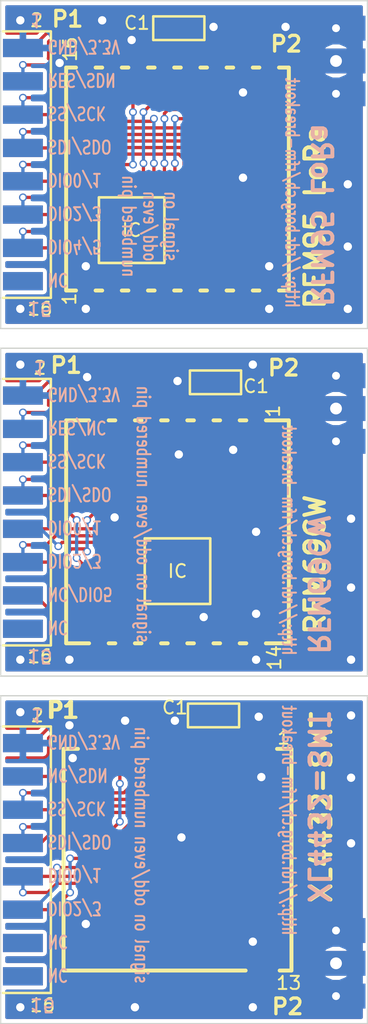
<source format=kicad_pcb>
(kicad_pcb (version 4) (host pcbnew 4.0.7+dfsg1-1)

  (general
    (links 107)
    (no_connects 3)
    (area 47.37095 48.26625 79.12381 129.522)
    (thickness 1.6)
    (drawings 84)
    (tracks 269)
    (zones 0)
    (modules 60)
    (nets 40)
  )

  (page A4)
  (layers
    (0 F.Cu signal)
    (31 B.Cu signal)
    (32 B.Adhes user)
    (33 F.Adhes user)
    (34 B.Paste user)
    (35 F.Paste user)
    (36 B.SilkS user)
    (37 F.SilkS user)
    (38 B.Mask user)
    (39 F.Mask user)
    (40 Dwgs.User user)
    (41 Cmts.User user)
    (42 Eco1.User user)
    (43 Eco2.User user)
    (44 Edge.Cuts user)
    (45 Margin user)
    (46 B.CrtYd user)
    (47 F.CrtYd user)
    (48 B.Fab user)
    (49 F.Fab user)
  )

  (setup
    (last_trace_width 0.25)
    (trace_clearance 0.2)
    (zone_clearance 0.3)
    (zone_45_only no)
    (trace_min 0.2)
    (segment_width 0.2)
    (edge_width 0.1)
    (via_size 0.6)
    (via_drill 0.4)
    (via_min_size 0.4)
    (via_min_drill 0.3)
    (uvia_size 0.3)
    (uvia_drill 0.1)
    (uvias_allowed no)
    (uvia_min_size 0.2)
    (uvia_min_drill 0.1)
    (pcb_text_width 0.3)
    (pcb_text_size 1.5 1.5)
    (mod_edge_width 0.15)
    (mod_text_size 1 1)
    (mod_text_width 0.15)
    (pad_size 1.524 1.524)
    (pad_drill 0.9)
    (pad_to_mask_clearance 0)
    (aux_axis_origin 0 0)
    (visible_elements FFFFFF7F)
    (pcbplotparams
      (layerselection 0x00030_80000001)
      (usegerberextensions false)
      (excludeedgelayer true)
      (linewidth 0.100000)
      (plotframeref false)
      (viasonmask false)
      (mode 1)
      (useauxorigin false)
      (hpglpennumber 1)
      (hpglpenspeed 20)
      (hpglpendiameter 15)
      (hpglpenoverlay 2)
      (psnegative false)
      (psa4output false)
      (plotreference true)
      (plotvalue true)
      (plotinvisibletext false)
      (padsonsilk false)
      (subtractmaskfromsilk false)
      (outputformat 1)
      (mirror false)
      (drillshape 1)
      (scaleselection 1)
      (outputdirectory ""))
  )

  (net 0 "")
  (net 1 /3.3V1)
  (net 2 /GND1)
  (net 3 /3.3V2)
  (net 4 /GND2)
  (net 5 /3.3V3)
  (net 6 /GND3)
  (net 7 /RESET1)
  (net 8 /SS1)
  (net 9 /MOSI1)
  (net 10 /DIO0_1)
  (net 11 /DIO2_1)
  (net 12 /DIO4_1)
  (net 13 /SCK1)
  (net 14 /MISO1)
  (net 15 /DIO1_1)
  (net 16 /DIO3_1)
  (net 17 /DIO5_1)
  (net 18 /RESET2)
  (net 19 /SS2)
  (net 20 /MOSI2)
  (net 21 /DIO0_2)
  (net 22 /DIO2_2)
  (net 23 /SCK2)
  (net 24 /MISO2)
  (net 25 /DIO1_2)
  (net 26 /DIO3_2)
  (net 27 /DIO5_2)
  (net 28 /SS3)
  (net 29 /MOSI3)
  (net 30 /DIO0_3)
  (net 31 /DIO2_3)
  (net 32 /SHDN3)
  (net 33 /SCK3)
  (net 34 /MISO3)
  (net 35 /DIO1_3)
  (net 36 /DIO3_3)
  (net 37 /ANT1)
  (net 38 /ANT2)
  (net 39 /ANT3)

  (net_class Default "This is the default net class."
    (clearance 0.2)
    (trace_width 0.25)
    (via_dia 0.6)
    (via_drill 0.4)
    (uvia_dia 0.3)
    (uvia_drill 0.1)
    (add_net /3.3V1)
    (add_net /3.3V2)
    (add_net /3.3V3)
    (add_net /DIO0_1)
    (add_net /DIO0_2)
    (add_net /DIO0_3)
    (add_net /DIO1_1)
    (add_net /DIO1_2)
    (add_net /DIO1_3)
    (add_net /DIO2_1)
    (add_net /DIO2_2)
    (add_net /DIO2_3)
    (add_net /DIO3_1)
    (add_net /DIO3_2)
    (add_net /DIO3_3)
    (add_net /DIO4_1)
    (add_net /DIO5_1)
    (add_net /DIO5_2)
    (add_net /GND1)
    (add_net /GND2)
    (add_net /GND3)
    (add_net /MISO1)
    (add_net /MISO2)
    (add_net /MISO3)
    (add_net /MOSI1)
    (add_net /MOSI2)
    (add_net /MOSI3)
    (add_net /RESET1)
    (add_net /RESET2)
    (add_net /SCK1)
    (add_net /SCK2)
    (add_net /SCK3)
    (add_net /SHDN3)
    (add_net /SS1)
    (add_net /SS2)
    (add_net /SS3)
  )

  (net_class Ant ""
    (clearance 0.5)
    (trace_width 0.25)
    (via_dia 0.6)
    (via_drill 0.4)
    (uvia_dia 0.3)
    (uvia_drill 0.1)
    (add_net /ANT1)
    (add_net /ANT2)
    (add_net /ANT3)
  )

  (module modules:U_16_RFM_16x16 (layer F.Cu) (tedit 5A003496) (tstamp 59FF3132)
    (at 63.5 63.6 270)
    (path /59FF2AD4)
    (fp_text reference U1 (at -9.85 6.25 360) (layer F.SilkS) hide
      (effects (font (size 1 1) (thickness 0.15)))
    )
    (fp_text value RFM95 (at 0 -9.5 270) (layer F.Fab) hide
      (effects (font (size 1 1) (thickness 0.15)))
    )
    (fp_line (start 8.5 -6.25) (end 8.5 -5.75) (layer F.SilkS) (width 0.3))
    (fp_line (start -8.5 5.75) (end -8.5 6.25) (layer F.SilkS) (width 0.3))
    (fp_line (start -8.5 3.75) (end -8.5 4.25) (layer F.SilkS) (width 0.3))
    (fp_text user 1 (at 9.15 8.25 270) (layer F.SilkS)
      (effects (font (size 1 1) (thickness 0.15)))
    )
    (fp_line (start 8.5 -4.25) (end 8.5 -3.75) (layer F.SilkS) (width 0.3))
    (fp_line (start 8.5 -2.25) (end 8.5 -1.75) (layer F.SilkS) (width 0.3))
    (fp_line (start 8.5 1.75) (end 8.5 2.25) (layer F.SilkS) (width 0.3))
    (fp_line (start 8.5 -0.25) (end 8.5 0.25) (layer F.SilkS) (width 0.3))
    (fp_line (start 8.5 5.75) (end 8.5 6.25) (layer F.SilkS) (width 0.3))
    (fp_line (start 8.5 3.75) (end 8.5 4.25) (layer F.SilkS) (width 0.3))
    (fp_line (start -8.5 -0.25) (end -8.5 0.25) (layer F.SilkS) (width 0.3))
    (fp_line (start -8.5 1.75) (end -8.5 2.25) (layer F.SilkS) (width 0.3))
    (fp_line (start -8.5 -4.25) (end -8.5 -3.75) (layer F.SilkS) (width 0.3))
    (fp_line (start -8.5 -2.25) (end -8.5 -1.75) (layer F.SilkS) (width 0.3))
    (fp_line (start -8.5 -6.25) (end -8.5 -5.75) (layer F.SilkS) (width 0.3))
    (fp_line (start -8.5 7.75) (end -8.5 8.5) (layer F.SilkS) (width 0.3))
    (fp_line (start -8.5 8.5) (end 8.5 8.5) (layer F.SilkS) (width 0.3))
    (fp_line (start 8.5 8.5) (end 8.5 7.75) (layer F.SilkS) (width 0.3))
    (fp_line (start 8.5 -7.75) (end 8.5 -8.5) (layer F.SilkS) (width 0.3))
    (fp_line (start 8.5 -8.5) (end -8.5 -8.5) (layer F.SilkS) (width 0.3))
    (fp_line (start -8.5 -8.5) (end -8.5 -7.75) (layer F.SilkS) (width 0.3))
    (pad 8 smd rect (at 8 -7 270) (size 1.5 1) (drill (offset 0.25 0)) (layers F.Cu F.Paste F.Mask)
      (net 2 /GND1))
    (pad 16 smd rect (at -8 7 90) (size 1.5 1) (drill (offset 0.25 0)) (layers F.Cu F.Paste F.Mask)
      (net 11 /DIO2_1))
    (pad 15 smd rect (at -8 5 90) (size 1.5 1) (drill (offset 0.25 0)) (layers F.Cu F.Paste F.Mask)
      (net 15 /DIO1_1))
    (pad 9 smd rect (at -8 -7 90) (size 1.5 1) (drill (offset 0.25 0)) (layers F.Cu F.Paste F.Mask)
      (net 37 /ANT1))
    (pad 11 smd rect (at -8 -3 90) (size 1.5 1) (drill (offset 0.25 0)) (layers F.Cu F.Paste F.Mask)
      (net 16 /DIO3_1))
    (pad 10 smd rect (at -8 -5 90) (size 1.5 1) (drill (offset 0.25 0)) (layers F.Cu F.Paste F.Mask)
      (net 2 /GND1))
    (pad 13 smd rect (at -8 1 90) (size 1.5 1) (drill (offset 0.25 0)) (layers F.Cu F.Paste F.Mask)
      (net 1 /3.3V1))
    (pad 14 smd rect (at -8 3 90) (size 1.5 1) (drill (offset 0.25 0)) (layers F.Cu F.Paste F.Mask)
      (net 10 /DIO0_1))
    (pad 12 smd rect (at -8 -1 90) (size 1.5 1) (drill (offset 0.25 0)) (layers F.Cu F.Paste F.Mask)
      (net 12 /DIO4_1))
    (pad 5 smd rect (at 8 -1 270) (size 1.5 1) (drill (offset 0.25 0)) (layers F.Cu F.Paste F.Mask)
      (net 8 /SS1))
    (pad 7 smd rect (at 8 -5 270) (size 1.5 1) (drill (offset 0.25 0)) (layers F.Cu F.Paste F.Mask)
      (net 17 /DIO5_1))
    (pad 6 smd rect (at 8 -3 270) (size 1.5 1) (drill (offset 0.25 0)) (layers F.Cu F.Paste F.Mask)
      (net 7 /RESET1))
    (pad 3 smd rect (at 8 3 270) (size 1.5 1) (drill (offset 0.25 0)) (layers F.Cu F.Paste F.Mask)
      (net 9 /MOSI1))
    (pad 4 smd rect (at 8 1 270) (size 1.5 1) (drill (offset 0.25 0)) (layers F.Cu F.Paste F.Mask)
      (net 13 /SCK1))
    (pad 2 smd rect (at 8 5 270) (size 1.5 1) (drill (offset 0.25 0)) (layers F.Cu F.Paste F.Mask)
      (net 14 /MISO1))
    (pad 1 smd rect (at 8 7 270) (size 1.5 1) (drill (offset 0.25 0)) (layers F.Cu F.Paste F.Mask)
      (net 2 /GND1))
  )

  (module modules:U_14_RFM_16x16 (layer F.Cu) (tedit 5A0092D8) (tstamp 59FF3157)
    (at 63.5 90.5 90)
    (path /59FF2A91)
    (fp_text reference U2 (at 0 9.75 90) (layer F.SilkS) hide
      (effects (font (size 1 1) (thickness 0.15)))
    )
    (fp_text value RFM69CW (at 0 -9.5 90) (layer F.Fab) hide
      (effects (font (size 1 1) (thickness 0.15)))
    )
    (fp_text user 1 (at 9.2 7.3 90) (layer F.SilkS)
      (effects (font (size 1 1) (thickness 0.15)))
    )
    (fp_line (start 8.5 -5.25) (end 8.5 -4.75) (layer F.SilkS) (width 0.3))
    (fp_line (start 8.5 -3.25) (end 8.5 -2.75) (layer F.SilkS) (width 0.3))
    (fp_line (start 8.5 0.75) (end 8.5 1.25) (layer F.SilkS) (width 0.3))
    (fp_line (start 8.5 -1.25) (end 8.5 -0.75) (layer F.SilkS) (width 0.3))
    (fp_line (start 8.5 4.75) (end 8.5 5.25) (layer F.SilkS) (width 0.3))
    (fp_line (start 8.5 2.75) (end 8.5 3.25) (layer F.SilkS) (width 0.3))
    (fp_line (start -8.5 2.75) (end -8.5 3.25) (layer F.SilkS) (width 0.3))
    (fp_line (start -8.5 4.75) (end -8.5 5.25) (layer F.SilkS) (width 0.3))
    (fp_line (start -8.5 -1.25) (end -8.5 -0.75) (layer F.SilkS) (width 0.3))
    (fp_line (start -8.5 0.75) (end -8.5 1.25) (layer F.SilkS) (width 0.3))
    (fp_line (start -8.5 -3.25) (end -8.5 -2.75) (layer F.SilkS) (width 0.3))
    (fp_line (start -8.5 -5.25) (end -8.5 -4.75) (layer F.SilkS) (width 0.3))
    (fp_line (start -8.5 6.75) (end -8.5 8.5) (layer F.SilkS) (width 0.3))
    (fp_line (start -8.5 8.5) (end 8.5 8.5) (layer F.SilkS) (width 0.3))
    (fp_line (start 8.5 8.5) (end 8.5 6.75) (layer F.SilkS) (width 0.3))
    (fp_line (start 8.5 -6.75) (end 8.5 -8.5) (layer F.SilkS) (width 0.3))
    (fp_line (start 8.5 -8.5) (end -8.5 -8.5) (layer F.SilkS) (width 0.3))
    (fp_line (start -8.5 -8.5) (end -8.5 -6.75) (layer F.SilkS) (width 0.3))
    (pad 8 smd rect (at -8 -6 270) (size 1.5 1) (drill (offset 0.25 0)) (layers F.Cu F.Paste F.Mask)
      (net 24 /MISO2))
    (pad 9 smd rect (at -8 -4 270) (size 1.5 1) (drill (offset 0.25 0)) (layers F.Cu F.Paste F.Mask)
      (net 21 /DIO0_2))
    (pad 11 smd rect (at -8 0 270) (size 1.5 1) (drill (offset 0.25 0)) (layers F.Cu F.Paste F.Mask)
      (net 25 /DIO1_2))
    (pad 10 smd rect (at -8 -2 270) (size 1.5 1) (drill (offset 0.25 0)) (layers F.Cu F.Paste F.Mask)
      (net 22 /DIO2_2))
    (pad 13 smd rect (at -8 4 270) (size 1.5 1) (drill (offset 0.25 0)) (layers F.Cu F.Paste F.Mask)
      (net 18 /RESET2))
    (pad 14 smd rect (at -8 6 270) (size 1.5 1) (drill (offset 0.25 0)) (layers F.Cu F.Paste F.Mask)
      (net 4 /GND2))
    (pad 12 smd rect (at -8 2 270) (size 1.5 1) (drill (offset 0.25 0)) (layers F.Cu F.Paste F.Mask)
      (net 27 /DIO5_2))
    (pad 5 smd rect (at 8 -2 90) (size 1.5 1) (drill (offset 0.25 0)) (layers F.Cu F.Paste F.Mask)
      (net 20 /MOSI2))
    (pad 7 smd rect (at 8 -6 90) (size 1.5 1) (drill (offset 0.25 0)) (layers F.Cu F.Paste F.Mask)
      (net 19 /SS2))
    (pad 6 smd rect (at 8 -4 90) (size 1.5 1) (drill (offset 0.25 0)) (layers F.Cu F.Paste F.Mask)
      (net 23 /SCK2))
    (pad 3 smd rect (at 8 2 90) (size 1.5 1) (drill (offset 0.25 0)) (layers F.Cu F.Paste F.Mask)
      (net 4 /GND2))
    (pad 4 smd rect (at 8 0 90) (size 1.5 1) (drill (offset 0.25 0)) (layers F.Cu F.Paste F.Mask)
      (net 26 /DIO3_2))
    (pad 2 smd rect (at 8 4 90) (size 1.5 1) (drill (offset 0.25 0)) (layers F.Cu F.Paste F.Mask)
      (net 3 /3.3V2))
    (pad 1 smd rect (at 8 6 90) (size 1.5 1) (drill (offset 0.25 0)) (layers F.Cu F.Paste F.Mask)
      (net 38 /ANT2))
  )

  (module c_gen:C_SMT0805 (layer F.Cu) (tedit 5A003498) (tstamp 59FFEB98)
    (at 63.6 52.1)
    (descr "Module C_SMT0805, length 3400 pad length 1200 width 1300")
    (path /59FFFE9B)
    (fp_text reference C11 (at -3.6 -0.35) (layer F.SilkS) hide
      (effects (font (size 1 1) (thickness 0.15)))
    )
    (fp_text value 100n (at 0 -2.1717) (layer F.SilkS) hide
      (effects (font (size 1.524 1.143) (thickness 0.1905)))
    )
    (fp_line (start -1.95326 0.9017) (end 1.95326 0.9017) (layer F.SilkS) (width 0.1905))
    (fp_line (start 1.95326 0.9017) (end 1.95326 -0.9017) (layer F.SilkS) (width 0.1905))
    (fp_line (start 1.95326 -0.9017) (end -1.95326 -0.9017) (layer F.SilkS) (width 0.1905))
    (fp_line (start -1.95326 -0.9017) (end -1.95326 0.9017) (layer F.SilkS) (width 0.1905))
    (pad 1 smd rect (at -1.09982 0) (size 1.19888 1.29794) (layers F.Cu F.Paste F.Mask)
      (net 1 /3.3V1))
    (pad 2 smd rect (at 1.09982 0) (size 1.19888 1.29794) (layers F.Cu F.Paste F.Mask)
      (net 2 /GND1))
  )

  (module c_gen:C_SMT0805 (layer F.Cu) (tedit 5A0034A3) (tstamp 59FFEBA2)
    (at 66.4 79.1 180)
    (descr "Module C_SMT0805, length 3400 pad length 1200 width 1300")
    (path /5A000614)
    (fp_text reference C21 (at -0.1 1.7 180) (layer F.SilkS) hide
      (effects (font (size 1 1) (thickness 0.15)))
    )
    (fp_text value 100n (at 0 -2.1717 180) (layer F.SilkS) hide
      (effects (font (size 1.524 1.143) (thickness 0.1905)))
    )
    (fp_line (start -1.95326 0.9017) (end 1.95326 0.9017) (layer F.SilkS) (width 0.1905))
    (fp_line (start 1.95326 0.9017) (end 1.95326 -0.9017) (layer F.SilkS) (width 0.1905))
    (fp_line (start 1.95326 -0.9017) (end -1.95326 -0.9017) (layer F.SilkS) (width 0.1905))
    (fp_line (start -1.95326 -0.9017) (end -1.95326 0.9017) (layer F.SilkS) (width 0.1905))
    (pad 1 smd rect (at -1.09982 0 180) (size 1.19888 1.29794) (layers F.Cu F.Paste F.Mask)
      (net 3 /3.3V2))
    (pad 2 smd rect (at 1.09982 0 180) (size 1.19888 1.29794) (layers F.Cu F.Paste F.Mask)
      (net 4 /GND2))
  )

  (module c_gen:C_SMT0805 (layer F.Cu) (tedit 5A003489) (tstamp 59FFEBAC)
    (at 66.25 104.5)
    (descr "Module C_SMT0805, length 3400 pad length 1200 width 1300")
    (path /5A0006AD)
    (fp_text reference C31 (at -3.45 -0.6) (layer F.SilkS) hide
      (effects (font (size 1 1) (thickness 0.15)))
    )
    (fp_text value 100n (at 0 -2.1717) (layer F.SilkS) hide
      (effects (font (size 1.524 1.143) (thickness 0.1905)))
    )
    (fp_line (start -1.95326 0.9017) (end 1.95326 0.9017) (layer F.SilkS) (width 0.1905))
    (fp_line (start 1.95326 0.9017) (end 1.95326 -0.9017) (layer F.SilkS) (width 0.1905))
    (fp_line (start 1.95326 -0.9017) (end -1.95326 -0.9017) (layer F.SilkS) (width 0.1905))
    (fp_line (start -1.95326 -0.9017) (end -1.95326 0.9017) (layer F.SilkS) (width 0.1905))
    (pad 1 smd rect (at -1.09982 0) (size 1.19888 1.29794) (layers F.Cu F.Paste F.Mask)
      (net 5 /3.3V3))
    (pad 2 smd rect (at 1.09982 0) (size 1.19888 1.29794) (layers F.Cu F.Paste F.Mask)
      (net 6 /GND3))
  )

  (module misc:VIA25MIL (layer F.Cu) (tedit 566AE81A) (tstamp 5A001A5A)
    (at 51.5 51.5)
    (path /5A0026F1)
    (fp_text reference V1 (at 0.127 -1.27) (layer F.SilkS) hide
      (effects (font (size 1 1) (thickness 0.15)))
    )
    (fp_text value VIA (at 0 1.397) (layer F.SilkS) hide
      (effects (font (size 1 1) (thickness 0.15)))
    )
    (pad 0 thru_hole circle (at 0 0) (size 0.889 0.889) (drill 0.635) (layers *.Cu)
      (net 2 /GND1) (zone_connect 2))
  )

  (module misc:VIA25MIL (layer F.Cu) (tedit 566AE81A) (tstamp 5A001A5F)
    (at 71.75 52)
    (path /5A00267F)
    (fp_text reference V2 (at 0.127 -1.27) (layer F.SilkS) hide
      (effects (font (size 1 1) (thickness 0.15)))
    )
    (fp_text value VIA (at 0 1.397) (layer F.SilkS) hide
      (effects (font (size 1 1) (thickness 0.15)))
    )
    (pad 0 thru_hole circle (at 0 0) (size 0.889 0.889) (drill 0.635) (layers *.Cu)
      (net 2 /GND1) (zone_connect 2))
  )

  (module misc:VIA25MIL (layer F.Cu) (tedit 566AE81A) (tstamp 5A001A64)
    (at 51.5 77.75)
    (path /5A0037ED)
    (fp_text reference V3 (at 0.127 -1.27) (layer F.SilkS) hide
      (effects (font (size 1 1) (thickness 0.15)))
    )
    (fp_text value VIA (at 0 1.397) (layer F.SilkS) hide
      (effects (font (size 1 1) (thickness 0.15)))
    )
    (pad 0 thru_hole circle (at 0 0) (size 0.889 0.889) (drill 0.635) (layers *.Cu)
      (net 4 /GND2) (zone_connect 2))
  )

  (module misc:VIA25MIL (layer F.Cu) (tedit 566AE81A) (tstamp 5A001A69)
    (at 63.5 79)
    (path /5A0037E7)
    (fp_text reference V4 (at 0.127 -1.27) (layer F.SilkS) hide
      (effects (font (size 1 1) (thickness 0.15)))
    )
    (fp_text value VIA (at 0 1.397) (layer F.SilkS) hide
      (effects (font (size 1 1) (thickness 0.15)))
    )
    (pad 0 thru_hole circle (at 0 0) (size 0.889 0.889) (drill 0.635) (layers *.Cu)
      (net 4 /GND2) (zone_connect 2))
  )

  (module misc:VIA25MIL (layer F.Cu) (tedit 566AE81A) (tstamp 5A001A6E)
    (at 51.5 126.75)
    (path /5A003C52)
    (fp_text reference V5 (at 0.127 -1.27) (layer F.SilkS) hide
      (effects (font (size 1 1) (thickness 0.15)))
    )
    (fp_text value VIA (at 0 1.397) (layer F.SilkS) hide
      (effects (font (size 1 1) (thickness 0.15)))
    )
    (pad 0 thru_hole circle (at 0 0) (size 0.889 0.889) (drill 0.635) (layers *.Cu)
      (net 6 /GND3) (zone_connect 2))
  )

  (module misc:VIA25MIL (layer F.Cu) (tedit 566AE81A) (tstamp 5A001A73)
    (at 59.5 104.9)
    (path /5A003C4C)
    (fp_text reference V6 (at 0.127 -1.27) (layer F.SilkS) hide
      (effects (font (size 1 1) (thickness 0.15)))
    )
    (fp_text value VIA (at 0 1.397) (layer F.SilkS) hide
      (effects (font (size 1 1) (thickness 0.15)))
    )
    (pad 0 thru_hole circle (at 0 0) (size 0.889 0.889) (drill 0.635) (layers *.Cu)
      (net 6 /GND3) (zone_connect 2))
  )

  (module misc:VIA25MIL (layer F.Cu) (tedit 566AE81A) (tstamp 5A001A78)
    (at 54.5 54.75)
    (path /5A002717)
    (fp_text reference V7 (at 0.127 -1.27) (layer F.SilkS) hide
      (effects (font (size 1 1) (thickness 0.15)))
    )
    (fp_text value VIA (at 0 1.397) (layer F.SilkS) hide
      (effects (font (size 1 1) (thickness 0.15)))
    )
    (pad 0 thru_hole circle (at 0 0) (size 0.889 0.889) (drill 0.635) (layers *.Cu)
      (net 2 /GND1) (zone_connect 2))
  )

  (module misc:VIA25MIL (layer F.Cu) (tedit 566AE81A) (tstamp 5A001A7D)
    (at 56.5 73.5)
    (path /5A002711)
    (fp_text reference V8 (at 0.127 -1.27) (layer F.SilkS) hide
      (effects (font (size 1 1) (thickness 0.15)))
    )
    (fp_text value VIA (at 0 1.397) (layer F.SilkS) hide
      (effects (font (size 1 1) (thickness 0.15)))
    )
    (pad 0 thru_hole circle (at 0 0) (size 0.889 0.889) (drill 0.635) (layers *.Cu)
      (net 2 /GND1) (zone_connect 2))
  )

  (module misc:VIA25MIL (layer F.Cu) (tedit 566AE81A) (tstamp 5A001A82)
    (at 76.75 89.5)
    (path /5A0037F9)
    (fp_text reference V9 (at 0.127 -1.27) (layer F.SilkS) hide
      (effects (font (size 1 1) (thickness 0.15)))
    )
    (fp_text value VIA (at 0 1.397) (layer F.SilkS) hide
      (effects (font (size 1 1) (thickness 0.15)))
    )
    (pad 0 thru_hole circle (at 0 0) (size 0.889 0.889) (drill 0.635) (layers *.Cu)
      (net 4 /GND2) (zone_connect 2))
  )

  (module misc:VIA25MIL (layer F.Cu) (tedit 566AE81A) (tstamp 5A001A87)
    (at 56.6 78.7)
    (path /5A0037F3)
    (fp_text reference V10 (at 0.127 -1.27) (layer F.SilkS) hide
      (effects (font (size 1 1) (thickness 0.15)))
    )
    (fp_text value VIA (at 0 1.397) (layer F.SilkS) hide
      (effects (font (size 1 1) (thickness 0.15)))
    )
    (pad 0 thru_hole circle (at 0 0) (size 0.889 0.889) (drill 0.635) (layers *.Cu)
      (net 4 /GND2) (zone_connect 2))
  )

  (module misc:VIA25MIL (layer F.Cu) (tedit 566AE81A) (tstamp 5A001A8C)
    (at 55.5 107.75)
    (path /5A003C5E)
    (fp_text reference V11 (at 0.127 -1.27) (layer F.SilkS) hide
      (effects (font (size 1 1) (thickness 0.15)))
    )
    (fp_text value VIA (at 0 1.397) (layer F.SilkS) hide
      (effects (font (size 1 1) (thickness 0.15)))
    )
    (pad 0 thru_hole circle (at 0 0) (size 0.889 0.889) (drill 0.635) (layers *.Cu)
      (net 6 /GND3) (zone_connect 2))
  )

  (module misc:VIA25MIL (layer F.Cu) (tedit 566AE81A) (tstamp 5A001A91)
    (at 63.8 113.8)
    (path /5A003C58)
    (fp_text reference V12 (at 0.127 -1.27) (layer F.SilkS) hide
      (effects (font (size 1 1) (thickness 0.15)))
    )
    (fp_text value VIA (at 0 1.397) (layer F.SilkS) hide
      (effects (font (size 1 1) (thickness 0.15)))
    )
    (pad 0 thru_hole circle (at 0 0) (size 0.889 0.889) (drill 0.635) (layers *.Cu)
      (net 6 /GND3) (zone_connect 2))
  )

  (module misc:VIA25MIL (layer F.Cu) (tedit 566AE81A) (tstamp 5A001A96)
    (at 70.5 70.25)
    (path /5A00275B)
    (fp_text reference V13 (at 0.127 -1.27) (layer F.SilkS) hide
      (effects (font (size 1 1) (thickness 0.15)))
    )
    (fp_text value VIA (at 0 1.397) (layer F.SilkS) hide
      (effects (font (size 1 1) (thickness 0.15)))
    )
    (pad 0 thru_hole circle (at 0 0) (size 0.889 0.889) (drill 0.635) (layers *.Cu)
      (net 2 /GND1) (zone_connect 2))
  )

  (module misc:VIA25MIL (layer F.Cu) (tedit 566AE81A) (tstamp 5A001A9B)
    (at 68.5 63.5)
    (path /5A002755)
    (fp_text reference V14 (at 0.127 -1.27) (layer F.SilkS) hide
      (effects (font (size 1 1) (thickness 0.15)))
    )
    (fp_text value VIA (at 0 1.397) (layer F.SilkS) hide
      (effects (font (size 1 1) (thickness 0.15)))
    )
    (pad 0 thru_hole circle (at 0 0) (size 0.889 0.889) (drill 0.635) (layers *.Cu)
      (net 2 /GND1) (zone_connect 2))
  )

  (module misc:VIA25MIL (layer F.Cu) (tedit 566AE81A) (tstamp 5A001AA0)
    (at 63.6 84.6)
    (path /5A003805)
    (fp_text reference V15 (at 0.127 -1.27) (layer F.SilkS) hide
      (effects (font (size 1 1) (thickness 0.15)))
    )
    (fp_text value VIA (at 0 1.397) (layer F.SilkS) hide
      (effects (font (size 1 1) (thickness 0.15)))
    )
    (pad 0 thru_hole circle (at 0 0) (size 0.889 0.889) (drill 0.635) (layers *.Cu)
      (net 4 /GND2) (zone_connect 2))
  )

  (module misc:VIA25MIL (layer F.Cu) (tedit 566AE81A) (tstamp 5A001AA5)
    (at 67.75 84.25)
    (path /5A0037FF)
    (fp_text reference V16 (at 0.127 -1.27) (layer F.SilkS) hide
      (effects (font (size 1 1) (thickness 0.15)))
    )
    (fp_text value VIA (at 0 1.397) (layer F.SilkS) hide
      (effects (font (size 1 1) (thickness 0.15)))
    )
    (pad 0 thru_hole circle (at 0 0) (size 0.889 0.889) (drill 0.635) (layers *.Cu)
      (net 4 /GND2) (zone_connect 2))
  )

  (module misc:VIA25MIL (layer F.Cu) (tedit 566AE81A) (tstamp 5A001AAA)
    (at 56.5 120.4)
    (path /5A003C6A)
    (fp_text reference V17 (at 0.127 -1.27) (layer F.SilkS) hide
      (effects (font (size 1 1) (thickness 0.15)))
    )
    (fp_text value VIA (at 0 1.397) (layer F.SilkS) hide
      (effects (font (size 1 1) (thickness 0.15)))
    )
    (pad 0 thru_hole circle (at 0 0) (size 0.889 0.889) (drill 0.635) (layers *.Cu)
      (net 6 /GND3) (zone_connect 2))
  )

  (module misc:VIA25MIL (layer F.Cu) (tedit 566AE81A) (tstamp 5A001AAF)
    (at 55.25 105.25)
    (path /5A003C64)
    (fp_text reference V18 (at 0.127 -1.27) (layer F.SilkS) hide
      (effects (font (size 1 1) (thickness 0.15)))
    )
    (fp_text value VIA (at 0 1.397) (layer F.SilkS) hide
      (effects (font (size 1 1) (thickness 0.15)))
    )
    (pad 0 thru_hole circle (at 0 0) (size 0.889 0.889) (drill 0.635) (layers *.Cu)
      (net 6 /GND3) (zone_connect 2))
  )

  (module misc:VIA25MIL (layer F.Cu) (tedit 566AE81A) (tstamp 5A001AB4)
    (at 66.25 52)
    (path /5A002767)
    (fp_text reference V19 (at 0.127 -1.27) (layer F.SilkS) hide
      (effects (font (size 1 1) (thickness 0.15)))
    )
    (fp_text value VIA (at 0 1.397) (layer F.SilkS) hide
      (effects (font (size 1 1) (thickness 0.15)))
    )
    (pad 0 thru_hole circle (at 0 0) (size 0.889 0.889) (drill 0.635) (layers *.Cu)
      (net 2 /GND1) (zone_connect 2))
  )

  (module misc:VIA25MIL (layer F.Cu) (tedit 566AE81A) (tstamp 5A001AB9)
    (at 60 53)
    (path /5A002761)
    (fp_text reference V20 (at 0.127 -1.27) (layer F.SilkS) hide
      (effects (font (size 1 1) (thickness 0.15)))
    )
    (fp_text value VIA (at 0 1.397) (layer F.SilkS) hide
      (effects (font (size 1 1) (thickness 0.15)))
    )
    (pad 0 thru_hole circle (at 0 0) (size 0.889 0.889) (drill 0.635) (layers *.Cu)
      (net 2 /GND1) (zone_connect 2))
  )

  (module misc:VIA25MIL (layer F.Cu) (tedit 566AE81A) (tstamp 5A001ABE)
    (at 76.75 94.75)
    (path /5A003811)
    (fp_text reference V21 (at 0.127 -1.27) (layer F.SilkS) hide
      (effects (font (size 1 1) (thickness 0.15)))
    )
    (fp_text value VIA (at 0 1.397) (layer F.SilkS) hide
      (effects (font (size 1 1) (thickness 0.15)))
    )
    (pad 0 thru_hole circle (at 0 0) (size 0.889 0.889) (drill 0.635) (layers *.Cu)
      (net 4 /GND2) (zone_connect 2))
  )

  (module misc:VIA25MIL (layer F.Cu) (tedit 566AE81A) (tstamp 5A001AC3)
    (at 69.5 96.75)
    (path /5A00380B)
    (fp_text reference V22 (at 0.127 -1.27) (layer F.SilkS) hide
      (effects (font (size 1 1) (thickness 0.15)))
    )
    (fp_text value VIA (at 0 1.397) (layer F.SilkS) hide
      (effects (font (size 1 1) (thickness 0.15)))
    )
    (pad 0 thru_hole circle (at 0 0) (size 0.889 0.889) (drill 0.635) (layers *.Cu)
      (net 4 /GND2) (zone_connect 2))
  )

  (module misc:VIA25MIL (layer F.Cu) (tedit 566AE81A) (tstamp 5A001AC8)
    (at 63.3 104.9)
    (path /5A003C76)
    (fp_text reference V23 (at 0.127 -1.27) (layer F.SilkS) hide
      (effects (font (size 1 1) (thickness 0.15)))
    )
    (fp_text value VIA (at 0 1.397) (layer F.SilkS) hide
      (effects (font (size 1 1) (thickness 0.15)))
    )
    (pad 0 thru_hole circle (at 0 0) (size 0.889 0.889) (drill 0.635) (layers *.Cu)
      (net 6 /GND3) (zone_connect 2))
  )

  (module misc:VIA25MIL (layer F.Cu) (tedit 566AE81A) (tstamp 5A001ACD)
    (at 69.25 121.75)
    (path /5A003C70)
    (fp_text reference V24 (at 0.127 -1.27) (layer F.SilkS) hide
      (effects (font (size 1 1) (thickness 0.15)))
    )
    (fp_text value VIA (at 0 1.397) (layer F.SilkS) hide
      (effects (font (size 1 1) (thickness 0.15)))
    )
    (pad 0 thru_hole circle (at 0 0) (size 0.889 0.889) (drill 0.635) (layers *.Cu)
      (net 6 /GND3) (zone_connect 2))
  )

  (module misc:VIA25MIL (layer F.Cu) (tedit 566AE81A) (tstamp 5A001AD2)
    (at 70.5 73.5)
    (path /5A002847)
    (fp_text reference V25 (at 0.127 -1.27) (layer F.SilkS) hide
      (effects (font (size 1 1) (thickness 0.15)))
    )
    (fp_text value VIA (at 0 1.397) (layer F.SilkS) hide
      (effects (font (size 1 1) (thickness 0.15)))
    )
    (pad 0 thru_hole circle (at 0 0) (size 0.889 0.889) (drill 0.635) (layers *.Cu)
      (net 2 /GND1) (zone_connect 2))
  )

  (module misc:VIA25MIL (layer F.Cu) (tedit 566AE81A) (tstamp 5A001AD7)
    (at 56.5 70.25)
    (path /5A002841)
    (fp_text reference V26 (at 0.127 -1.27) (layer F.SilkS) hide
      (effects (font (size 1 1) (thickness 0.15)))
    )
    (fp_text value VIA (at 0 1.397) (layer F.SilkS) hide
      (effects (font (size 1 1) (thickness 0.15)))
    )
    (pad 0 thru_hole circle (at 0 0) (size 0.889 0.889) (drill 0.635) (layers *.Cu)
      (net 2 /GND1) (zone_connect 2))
  )

  (module misc:VIA25MIL (layer F.Cu) (tedit 566AE81A) (tstamp 5A001ADC)
    (at 69.25 77.75)
    (path /5A00381D)
    (fp_text reference V27 (at 0.127 -1.27) (layer F.SilkS) hide
      (effects (font (size 1 1) (thickness 0.15)))
    )
    (fp_text value VIA (at 0 1.397) (layer F.SilkS) hide
      (effects (font (size 1 1) (thickness 0.15)))
    )
    (pad 0 thru_hole circle (at 0 0) (size 0.889 0.889) (drill 0.635) (layers *.Cu)
      (net 4 /GND2) (zone_connect 2))
  )

  (module misc:VIA25MIL (layer F.Cu) (tedit 566AE81A) (tstamp 5A001AE1)
    (at 69.5 90.5)
    (path /5A003817)
    (fp_text reference V28 (at 0.127 -1.27) (layer F.SilkS) hide
      (effects (font (size 1 1) (thickness 0.15)))
    )
    (fp_text value VIA (at 0 1.397) (layer F.SilkS) hide
      (effects (font (size 1 1) (thickness 0.15)))
    )
    (pad 0 thru_hole circle (at 0 0) (size 0.889 0.889) (drill 0.635) (layers *.Cu)
      (net 4 /GND2) (zone_connect 2))
  )

  (module misc:VIA25MIL (layer F.Cu) (tedit 566AE81A) (tstamp 5A001AE6)
    (at 60.25 126.75)
    (path /5A003C82)
    (fp_text reference V29 (at 0.127 -1.27) (layer F.SilkS) hide
      (effects (font (size 1 1) (thickness 0.15)))
    )
    (fp_text value VIA (at 0 1.397) (layer F.SilkS) hide
      (effects (font (size 1 1) (thickness 0.15)))
    )
    (pad 0 thru_hole circle (at 0 0) (size 0.889 0.889) (drill 0.635) (layers *.Cu)
      (net 6 /GND3) (zone_connect 2))
  )

  (module misc:VIA25MIL (layer F.Cu) (tedit 566AE81A) (tstamp 5A001AEB)
    (at 69.9 109.2)
    (path /5A003C7C)
    (fp_text reference V30 (at 0.127 -1.27) (layer F.SilkS) hide
      (effects (font (size 1 1) (thickness 0.15)))
    )
    (fp_text value VIA (at 0 1.397) (layer F.SilkS) hide
      (effects (font (size 1 1) (thickness 0.15)))
    )
    (pad 0 thru_hole circle (at 0 0) (size 0.889 0.889) (drill 0.635) (layers *.Cu)
      (net 6 /GND3) (zone_connect 2))
  )

  (module misc:VIA25MIL (layer F.Cu) (tedit 566AE81A) (tstamp 5A001AF0)
    (at 57.75 51.5)
    (path /5A002853)
    (fp_text reference V31 (at 0.127 -1.27) (layer F.SilkS) hide
      (effects (font (size 1 1) (thickness 0.15)))
    )
    (fp_text value VIA (at 0 1.397) (layer F.SilkS) hide
      (effects (font (size 1 1) (thickness 0.15)))
    )
    (pad 0 thru_hole circle (at 0 0) (size 0.889 0.889) (drill 0.635) (layers *.Cu)
      (net 2 /GND1) (zone_connect 2))
  )

  (module misc:VIA25MIL (layer F.Cu) (tedit 566AE81A) (tstamp 5A001AF5)
    (at 76.5 68.75)
    (path /5A00284D)
    (fp_text reference V32 (at 0.127 -1.27) (layer F.SilkS) hide
      (effects (font (size 1 1) (thickness 0.15)))
    )
    (fp_text value VIA (at 0 1.397) (layer F.SilkS) hide
      (effects (font (size 1 1) (thickness 0.15)))
    )
    (pad 0 thru_hole circle (at 0 0) (size 0.889 0.889) (drill 0.635) (layers *.Cu)
      (net 2 /GND1) (zone_connect 2))
  )

  (module misc:VIA25MIL (layer F.Cu) (tedit 566AE81A) (tstamp 5A001AFA)
    (at 69.5 100.25)
    (path /5A003829)
    (fp_text reference V33 (at 0.127 -1.27) (layer F.SilkS) hide
      (effects (font (size 1 1) (thickness 0.15)))
    )
    (fp_text value VIA (at 0 1.397) (layer F.SilkS) hide
      (effects (font (size 1 1) (thickness 0.15)))
    )
    (pad 0 thru_hole circle (at 0 0) (size 0.889 0.889) (drill 0.635) (layers *.Cu)
      (net 4 /GND2) (zone_connect 2))
  )

  (module misc:VIA25MIL (layer F.Cu) (tedit 566AE81A) (tstamp 5A001AFF)
    (at 58.7 89.4)
    (path /5A003823)
    (fp_text reference V34 (at 0.127 -1.27) (layer F.SilkS) hide
      (effects (font (size 1 1) (thickness 0.15)))
    )
    (fp_text value VIA (at 0 1.397) (layer F.SilkS) hide
      (effects (font (size 1 1) (thickness 0.15)))
    )
    (pad 0 thru_hole circle (at 0 0) (size 0.889 0.889) (drill 0.635) (layers *.Cu)
      (net 4 /GND2) (zone_connect 2))
  )

  (module misc:VIA25MIL (layer F.Cu) (tedit 566AE81A) (tstamp 5A001B04)
    (at 69.25 126.75)
    (path /5A003C8E)
    (fp_text reference V35 (at 0.127 -1.27) (layer F.SilkS) hide
      (effects (font (size 1 1) (thickness 0.15)))
    )
    (fp_text value VIA (at 0 1.397) (layer F.SilkS) hide
      (effects (font (size 1 1) (thickness 0.15)))
    )
    (pad 0 thru_hole circle (at 0 0) (size 0.889 0.889) (drill 0.635) (layers *.Cu)
      (net 6 /GND3) (zone_connect 2))
  )

  (module misc:VIA25MIL (layer F.Cu) (tedit 566AE81A) (tstamp 5A001B09)
    (at 69.7 104.6)
    (path /5A003C88)
    (fp_text reference V36 (at 0.127 -1.27) (layer F.SilkS) hide
      (effects (font (size 1 1) (thickness 0.15)))
    )
    (fp_text value VIA (at 0 1.397) (layer F.SilkS) hide
      (effects (font (size 1 1) (thickness 0.15)))
    )
    (pad 0 thru_hole circle (at 0 0) (size 0.889 0.889) (drill 0.635) (layers *.Cu)
      (net 6 /GND3) (zone_connect 2))
  )

  (module misc:VIA25MIL (layer F.Cu) (tedit 566AE81A) (tstamp 5A001B0E)
    (at 68.5 57)
    (path /5A00285F)
    (fp_text reference V37 (at 0.127 -1.27) (layer F.SilkS) hide
      (effects (font (size 1 1) (thickness 0.15)))
    )
    (fp_text value VIA (at 0 1.397) (layer F.SilkS) hide
      (effects (font (size 1 1) (thickness 0.15)))
    )
    (pad 0 thru_hole circle (at 0 0) (size 0.889 0.889) (drill 0.635) (layers *.Cu)
      (net 2 /GND1) (zone_connect 2))
  )

  (module misc:VIA25MIL (layer F.Cu) (tedit 566AE81A) (tstamp 5A001B13)
    (at 76.5 64)
    (path /5A002859)
    (fp_text reference V38 (at 0.127 -1.27) (layer F.SilkS) hide
      (effects (font (size 1 1) (thickness 0.15)))
    )
    (fp_text value VIA (at 0 1.397) (layer F.SilkS) hide
      (effects (font (size 1 1) (thickness 0.15)))
    )
    (pad 0 thru_hole circle (at 0 0) (size 0.889 0.889) (drill 0.635) (layers *.Cu)
      (net 2 /GND1) (zone_connect 2))
  )

  (module misc:VIA25MIL (layer F.Cu) (tedit 566AE81A) (tstamp 5A001B18)
    (at 65.5 97)
    (path /5A003835)
    (fp_text reference V39 (at 0.127 -1.27) (layer F.SilkS) hide
      (effects (font (size 1 1) (thickness 0.15)))
    )
    (fp_text value VIA (at 0 1.397) (layer F.SilkS) hide
      (effects (font (size 1 1) (thickness 0.15)))
    )
    (pad 0 thru_hole circle (at 0 0) (size 0.889 0.889) (drill 0.635) (layers *.Cu)
      (net 4 /GND2) (zone_connect 2))
  )

  (module misc:VIA25MIL (layer F.Cu) (tedit 566AE81A) (tstamp 5A001B1D)
    (at 55.25 100.25)
    (path /5A00382F)
    (fp_text reference V40 (at 0.127 -1.27) (layer F.SilkS) hide
      (effects (font (size 1 1) (thickness 0.15)))
    )
    (fp_text value VIA (at 0 1.397) (layer F.SilkS) hide
      (effects (font (size 1 1) (thickness 0.15)))
    )
    (pad 0 thru_hole circle (at 0 0) (size 0.889 0.889) (drill 0.635) (layers *.Cu)
      (net 4 /GND2) (zone_connect 2))
  )

  (module misc:VIA25MIL (layer F.Cu) (tedit 566AE81A) (tstamp 5A001B22)
    (at 76.75 109.25)
    (path /5A003C9A)
    (fp_text reference V41 (at 0.127 -1.27) (layer F.SilkS) hide
      (effects (font (size 1 1) (thickness 0.15)))
    )
    (fp_text value VIA (at 0 1.397) (layer F.SilkS) hide
      (effects (font (size 1 1) (thickness 0.15)))
    )
    (pad 0 thru_hole circle (at 0 0) (size 0.889 0.889) (drill 0.635) (layers *.Cu)
      (net 6 /GND3) (zone_connect 2))
  )

  (module misc:VIA25MIL (layer F.Cu) (tedit 566AE81A) (tstamp 5A001B27)
    (at 76.75 114.25)
    (path /5A003C94)
    (fp_text reference V42 (at 0.127 -1.27) (layer F.SilkS) hide
      (effects (font (size 1 1) (thickness 0.15)))
    )
    (fp_text value VIA (at 0 1.397) (layer F.SilkS) hide
      (effects (font (size 1 1) (thickness 0.15)))
    )
    (pad 0 thru_hole circle (at 0 0) (size 0.889 0.889) (drill 0.635) (layers *.Cu)
      (net 6 /GND3) (zone_connect 2))
  )

  (module misc:VIA25MIL (layer F.Cu) (tedit 566AE81A) (tstamp 5A001B2C)
    (at 76.5 73.5)
    (path /5A00286B)
    (fp_text reference V43 (at 0.127 -1.27) (layer F.SilkS) hide
      (effects (font (size 1 1) (thickness 0.15)))
    )
    (fp_text value VIA (at 0 1.397) (layer F.SilkS) hide
      (effects (font (size 1 1) (thickness 0.15)))
    )
    (pad 0 thru_hole circle (at 0 0) (size 0.889 0.889) (drill 0.635) (layers *.Cu)
      (net 2 /GND1) (zone_connect 2))
  )

  (module misc:VIA25MIL (layer F.Cu) (tedit 566AE81A) (tstamp 5A001B31)
    (at 51.5 73.5)
    (path /5A002865)
    (fp_text reference V44 (at 0.127 -1.27) (layer F.SilkS) hide
      (effects (font (size 1 1) (thickness 0.15)))
    )
    (fp_text value VIA (at 0 1.397) (layer F.SilkS) hide
      (effects (font (size 1 1) (thickness 0.15)))
    )
    (pad 0 thru_hole circle (at 0 0) (size 0.889 0.889) (drill 0.635) (layers *.Cu)
      (net 2 /GND1) (zone_connect 2))
  )

  (module misc:VIA25MIL (layer F.Cu) (tedit 566AE81A) (tstamp 5A001B36)
    (at 76.75 100.25)
    (path /5A003841)
    (fp_text reference V45 (at 0.127 -1.27) (layer F.SilkS) hide
      (effects (font (size 1 1) (thickness 0.15)))
    )
    (fp_text value VIA (at 0 1.397) (layer F.SilkS) hide
      (effects (font (size 1 1) (thickness 0.15)))
    )
    (pad 0 thru_hole circle (at 0 0) (size 0.889 0.889) (drill 0.635) (layers *.Cu)
      (net 4 /GND2) (zone_connect 2))
  )

  (module misc:VIA25MIL (layer F.Cu) (tedit 566AE81A) (tstamp 5A001B3B)
    (at 51.5 100.25)
    (path /5A00383B)
    (fp_text reference V46 (at 0.127 -1.27) (layer F.SilkS) hide
      (effects (font (size 1 1) (thickness 0.15)))
    )
    (fp_text value VIA (at 0 1.397) (layer F.SilkS) hide
      (effects (font (size 1 1) (thickness 0.15)))
    )
    (pad 0 thru_hole circle (at 0 0) (size 0.889 0.889) (drill 0.635) (layers *.Cu)
      (net 4 /GND2) (zone_connect 2))
  )

  (module misc:VIA25MIL (layer F.Cu) (tedit 566AE81A) (tstamp 5A001B40)
    (at 76.75 104.5)
    (path /5A003CA6)
    (fp_text reference V47 (at 0.127 -1.27) (layer F.SilkS) hide
      (effects (font (size 1 1) (thickness 0.15)))
    )
    (fp_text value VIA (at 0 1.397) (layer F.SilkS) hide
      (effects (font (size 1 1) (thickness 0.15)))
    )
    (pad 0 thru_hole circle (at 0 0) (size 0.889 0.889) (drill 0.635) (layers *.Cu)
      (net 6 /GND3) (zone_connect 2))
  )

  (module misc:VIA25MIL (layer F.Cu) (tedit 566AE81A) (tstamp 5A001B45)
    (at 51.5 104.25)
    (path /5A003CA0)
    (fp_text reference V48 (at 0.127 -1.27) (layer F.SilkS) hide
      (effects (font (size 1 1) (thickness 0.15)))
    )
    (fp_text value VIA (at 0 1.397) (layer F.SilkS) hide
      (effects (font (size 1 1) (thickness 0.15)))
    )
    (pad 0 thru_hole circle (at 0 0) (size 0.889 0.889) (drill 0.635) (layers *.Cu)
      (net 6 /GND3) (zone_connect 2))
  )

  (module modules:U_14_XL4432_SMT (layer F.Cu) (tedit 5A00348D) (tstamp 5A002CCB)
    (at 63.5 115.5 270)
    (path /59FFE506)
    (fp_text reference U3 (at -10.5 6.3 270) (layer F.SilkS) hide
      (effects (font (size 1 1) (thickness 0.15)))
    )
    (fp_text value XL4432-SMT (at 0 -10.16 270) (layer F.Fab) hide
      (effects (font (size 1 1) (thickness 0.15)))
    )
    (fp_line (start 8.45 -5.2) (end 8.45 8.7) (layer F.SilkS) (width 0.3))
    (fp_line (start 8.45 8.7) (end -8.45 8.7) (layer F.SilkS) (width 0.3))
    (fp_line (start -8.45 8.7) (end -8.45 7.6) (layer F.SilkS) (width 0.3))
    (fp_line (start -8.45 -7.6) (end -8.45 -8.7) (layer F.SilkS) (width 0.3))
    (fp_line (start -8.45 -8.7) (end 8.45 -8.7) (layer F.SilkS) (width 0.3))
    (fp_line (start 8.45 -8.7) (end 8.45 -7.8) (layer F.SilkS) (width 0.3))
    (pad 9 smd rect (at -8.25 3.17 270) (size 1.2 0.7) (drill (offset -0.3 0)) (layers F.Cu F.Paste F.Mask)
      (net 28 /SS3))
    (pad 10 smd rect (at -8.25 4.44 270) (size 1.2 0.7) (drill (offset -0.3 0)) (layers F.Cu F.Paste F.Mask)
      (net 36 /DIO3_3))
    (pad 12 smd rect (at -8.25 6.98 270) (size 1.2 0.7) (drill (offset -0.3 0)) (layers F.Cu F.Paste F.Mask)
      (net 6 /GND3))
    (pad 11 smd rect (at -8.25 5.71 270) (size 1.2 0.7) (drill (offset -0.3 0)) (layers F.Cu F.Paste F.Mask)
      (net 32 /SHDN3))
    (pad 7 smd rect (at -8.25 0.63 270) (size 1.2 0.7) (drill (offset -0.3 0)) (layers F.Cu F.Paste F.Mask)
      (net 29 /MOSI3))
    (pad 8 smd rect (at -8.25 1.9 270) (size 1.2 0.7) (drill (offset -0.3 0)) (layers F.Cu F.Paste F.Mask)
      (net 33 /SCK3))
    (pad 6 smd rect (at -8.25 -0.64 270) (size 1.2 0.7) (drill (offset -0.3 0)) (layers F.Cu F.Paste F.Mask)
      (net 34 /MISO3))
    (pad 5 smd rect (at -8.25 -1.91 270) (size 1.2 0.7) (drill (offset -0.3 0)) (layers F.Cu F.Paste F.Mask)
      (net 5 /3.3V3))
    (pad 1 smd rect (at -8.25 -6.99 270) (size 1.2 0.7) (drill (offset -0.3 0)) (layers F.Cu F.Paste F.Mask)
      (net 6 /GND3))
    (pad 2 smd rect (at -8.25 -5.72 270) (size 1.2 0.7) (drill (offset -0.3 0)) (layers F.Cu F.Paste F.Mask)
      (net 30 /DIO0_3))
    (pad 13 smd rect (at 8.25 -7.13 270) (size 1.2 0.7) (drill (offset 0.3 0)) (layers F.Cu F.Paste F.Mask)
      (net 39 /ANT3))
    (pad 14 smd rect (at 8.25 -5.86 270) (size 1.2 0.7) (drill (offset 0.3 0)) (layers F.Cu F.Paste F.Mask)
      (net 6 /GND3))
    (pad 4 smd rect (at -8.25 -3.18 270) (size 1.2 0.7) (drill (offset -0.3 0)) (layers F.Cu F.Paste F.Mask)
      (net 31 /DIO2_3))
    (pad 3 smd rect (at -8.25 -4.45 270) (size 1.2 0.7) (drill (offset -0.3 0)) (layers F.Cu F.Paste F.Mask)
      (net 35 /DIO1_3))
  )

  (module p_gen_conn:P_16_EDGE_PIN_HEADER (layer F.Cu) (tedit 200000) (tstamp 5A011982)
    (at 51.7 62.5 270)
    (descr "Module P_16_EDGE_PIN_HEADER, 16 pin double row header mounted to board edge")
    (path /59FF2E3C)
    (fp_text reference P11 (at 0 -3.175 270) (layer F.SilkS) hide
      (effects (font (size 1.524 1.143) (thickness 0.1905)))
    )
    (fp_text value CONN_16 (at 0 2.667 270) (layer F.SilkS) hide
      (effects (font (size 1.524 1.143) (thickness 0.1905)))
    )
    (fp_line (start 10.16 1.524) (end 10.16 -2.1336) (layer F.SilkS) (width 0.1905))
    (fp_line (start -10.16 1.524) (end -10.16 -2.1336) (layer F.SilkS) (width 0.1905))
    (fp_line (start 10.16 -2.1336) (end -10.16 -2.1336) (layer F.SilkS) (width 0.1905))
    (pad 1 smd rect (at -8.89 0 270) (size 1.397 3.048) (layers B.Cu B.Paste B.Mask)
      (net 2 /GND1))
    (pad 3 smd rect (at -6.35 0 270) (size 1.397 3.048) (layers B.Cu B.Paste B.Mask)
      (net 7 /RESET1))
    (pad 5 smd rect (at -3.81 0 270) (size 1.397 3.048) (layers B.Cu B.Paste B.Mask)
      (net 8 /SS1))
    (pad 7 smd rect (at -1.27 0 270) (size 1.397 3.048) (layers B.Cu B.Paste B.Mask)
      (net 9 /MOSI1))
    (pad 9 smd rect (at 1.27 0 270) (size 1.397 3.048) (layers B.Cu B.Paste B.Mask)
      (net 10 /DIO0_1))
    (pad 11 smd rect (at 3.81 0 270) (size 1.397 3.048) (layers B.Cu B.Paste B.Mask)
      (net 11 /DIO2_1))
    (pad 13 smd rect (at 6.35 0 270) (size 1.397 3.048) (layers B.Cu B.Paste B.Mask)
      (net 12 /DIO4_1))
    (pad 15 smd rect (at 8.89 0 270) (size 1.397 3.048) (layers B.Cu B.Paste B.Mask))
    (pad 2 smd rect (at -8.89 0 270) (size 1.397 3.048) (layers F.Cu F.Paste F.Mask)
      (net 1 /3.3V1))
    (pad 4 smd rect (at -6.35 0 270) (size 1.397 3.048) (layers F.Cu F.Paste F.Mask))
    (pad 6 smd rect (at -3.81 0 270) (size 1.397 3.048) (layers F.Cu F.Paste F.Mask)
      (net 13 /SCK1))
    (pad 8 smd rect (at -1.27 0 270) (size 1.397 3.048) (layers F.Cu F.Paste F.Mask)
      (net 14 /MISO1))
    (pad 10 smd rect (at 1.27 0 270) (size 1.397 3.048) (layers F.Cu F.Paste F.Mask)
      (net 15 /DIO1_1))
    (pad 12 smd rect (at 3.81 0 270) (size 1.397 3.048) (layers F.Cu F.Paste F.Mask)
      (net 16 /DIO3_1))
    (pad 14 smd rect (at 6.35 0 270) (size 1.397 3.048) (layers F.Cu F.Paste F.Mask)
      (net 17 /DIO5_1))
    (pad 16 smd rect (at 8.89 0 270) (size 1.397 3.048) (layers F.Cu F.Paste F.Mask))
  )

  (module p_gen_conn:P_16_EDGE_PIN_HEADER (layer F.Cu) (tedit 200000) (tstamp 5A011998)
    (at 51.7 89 270)
    (descr "Module P_16_EDGE_PIN_HEADER, 16 pin double row header mounted to board edge")
    (path /59FFE61F)
    (fp_text reference P21 (at 0 -3.175 270) (layer F.SilkS) hide
      (effects (font (size 1.524 1.143) (thickness 0.1905)))
    )
    (fp_text value CONN_16 (at 0 2.667 270) (layer F.SilkS) hide
      (effects (font (size 1.524 1.143) (thickness 0.1905)))
    )
    (fp_line (start 10.16 1.524) (end 10.16 -2.1336) (layer F.SilkS) (width 0.1905))
    (fp_line (start -10.16 1.524) (end -10.16 -2.1336) (layer F.SilkS) (width 0.1905))
    (fp_line (start 10.16 -2.1336) (end -10.16 -2.1336) (layer F.SilkS) (width 0.1905))
    (pad 1 smd rect (at -8.89 0 270) (size 1.397 3.048) (layers B.Cu B.Paste B.Mask)
      (net 4 /GND2))
    (pad 3 smd rect (at -6.35 0 270) (size 1.397 3.048) (layers B.Cu B.Paste B.Mask)
      (net 18 /RESET2))
    (pad 5 smd rect (at -3.81 0 270) (size 1.397 3.048) (layers B.Cu B.Paste B.Mask)
      (net 19 /SS2))
    (pad 7 smd rect (at -1.27 0 270) (size 1.397 3.048) (layers B.Cu B.Paste B.Mask)
      (net 20 /MOSI2))
    (pad 9 smd rect (at 1.27 0 270) (size 1.397 3.048) (layers B.Cu B.Paste B.Mask)
      (net 21 /DIO0_2))
    (pad 11 smd rect (at 3.81 0 270) (size 1.397 3.048) (layers B.Cu B.Paste B.Mask)
      (net 22 /DIO2_2))
    (pad 13 smd rect (at 6.35 0 270) (size 1.397 3.048) (layers B.Cu B.Paste B.Mask))
    (pad 15 smd rect (at 8.89 0 270) (size 1.397 3.048) (layers B.Cu B.Paste B.Mask))
    (pad 2 smd rect (at -8.89 0 270) (size 1.397 3.048) (layers F.Cu F.Paste F.Mask)
      (net 3 /3.3V2))
    (pad 4 smd rect (at -6.35 0 270) (size 1.397 3.048) (layers F.Cu F.Paste F.Mask))
    (pad 6 smd rect (at -3.81 0 270) (size 1.397 3.048) (layers F.Cu F.Paste F.Mask)
      (net 23 /SCK2))
    (pad 8 smd rect (at -1.27 0 270) (size 1.397 3.048) (layers F.Cu F.Paste F.Mask)
      (net 24 /MISO2))
    (pad 10 smd rect (at 1.27 0 270) (size 1.397 3.048) (layers F.Cu F.Paste F.Mask)
      (net 25 /DIO1_2))
    (pad 12 smd rect (at 3.81 0 270) (size 1.397 3.048) (layers F.Cu F.Paste F.Mask)
      (net 26 /DIO3_2))
    (pad 14 smd rect (at 6.35 0 270) (size 1.397 3.048) (layers F.Cu F.Paste F.Mask)
      (net 27 /DIO5_2))
    (pad 16 smd rect (at 8.89 0 270) (size 1.397 3.048) (layers F.Cu F.Paste F.Mask))
  )

  (module p_gen_conn:P_16_EDGE_PIN_HEADER (layer F.Cu) (tedit 200000) (tstamp 5A0119AE)
    (at 51.7 115.5 270)
    (descr "Module P_16_EDGE_PIN_HEADER, 16 pin double row header mounted to board edge")
    (path /59FFEB59)
    (fp_text reference P31 (at 0 -3.175 270) (layer F.SilkS) hide
      (effects (font (size 1.524 1.143) (thickness 0.1905)))
    )
    (fp_text value CONN_16 (at 0 2.667 270) (layer F.SilkS) hide
      (effects (font (size 1.524 1.143) (thickness 0.1905)))
    )
    (fp_line (start 10.16 1.524) (end 10.16 -2.1336) (layer F.SilkS) (width 0.1905))
    (fp_line (start -10.16 1.524) (end -10.16 -2.1336) (layer F.SilkS) (width 0.1905))
    (fp_line (start 10.16 -2.1336) (end -10.16 -2.1336) (layer F.SilkS) (width 0.1905))
    (pad 1 smd rect (at -8.89 0 270) (size 1.397 3.048) (layers B.Cu B.Paste B.Mask)
      (net 6 /GND3))
    (pad 3 smd rect (at -6.35 0 270) (size 1.397 3.048) (layers B.Cu B.Paste B.Mask))
    (pad 5 smd rect (at -3.81 0 270) (size 1.397 3.048) (layers B.Cu B.Paste B.Mask)
      (net 28 /SS3))
    (pad 7 smd rect (at -1.27 0 270) (size 1.397 3.048) (layers B.Cu B.Paste B.Mask)
      (net 29 /MOSI3))
    (pad 9 smd rect (at 1.27 0 270) (size 1.397 3.048) (layers B.Cu B.Paste B.Mask)
      (net 30 /DIO0_3))
    (pad 11 smd rect (at 3.81 0 270) (size 1.397 3.048) (layers B.Cu B.Paste B.Mask)
      (net 31 /DIO2_3))
    (pad 13 smd rect (at 6.35 0 270) (size 1.397 3.048) (layers B.Cu B.Paste B.Mask))
    (pad 15 smd rect (at 8.89 0 270) (size 1.397 3.048) (layers B.Cu B.Paste B.Mask))
    (pad 2 smd rect (at -8.89 0 270) (size 1.397 3.048) (layers F.Cu F.Paste F.Mask)
      (net 5 /3.3V3))
    (pad 4 smd rect (at -6.35 0 270) (size 1.397 3.048) (layers F.Cu F.Paste F.Mask)
      (net 32 /SHDN3))
    (pad 6 smd rect (at -3.81 0 270) (size 1.397 3.048) (layers F.Cu F.Paste F.Mask)
      (net 33 /SCK3))
    (pad 8 smd rect (at -1.27 0 270) (size 1.397 3.048) (layers F.Cu F.Paste F.Mask)
      (net 34 /MISO3))
    (pad 10 smd rect (at 1.27 0 270) (size 1.397 3.048) (layers F.Cu F.Paste F.Mask)
      (net 35 /DIO1_3))
    (pad 12 smd rect (at 3.81 0 270) (size 1.397 3.048) (layers F.Cu F.Paste F.Mask)
      (net 36 /DIO3_3))
    (pad 14 smd rect (at 6.35 0 270) (size 1.397 3.048) (layers F.Cu F.Paste F.Mask))
    (pad 16 smd rect (at 8.89 0 270) (size 1.397 3.048) (layers F.Cu F.Paste F.Mask))
  )

  (module p_conn:P_2_SMA_PCB_EDGE_HOLE (layer F.Cu) (tedit 5A014321) (tstamp 5A011EB7)
    (at 75.6 81.1 180)
    (path /59FFDF1D)
    (fp_text reference P22 (at 0.1 4.5 180) (layer F.SilkS) hide
      (effects (font (size 1 1) (thickness 0.15)))
    )
    (fp_text value "Ant SMA" (at 0 -4.4 180) (layer F.Fab) hide
      (effects (font (size 1 1) (thickness 0.15)))
    )
    (pad 1 thru_hole rect (at 0 2.5 180) (size 4.5 1.9) (drill 0.6) (layers *.Cu *.Mask)
      (net 4 /GND2) (zone_connect 2))
    (pad 1 thru_hole rect (at 0 -2.5 180) (size 4.5 1.9) (drill 0.6) (layers *.Cu *.Mask)
      (net 4 /GND2) (zone_connect 2))
    (pad 2 thru_hole rect (at 0 0 180) (size 4.5 1.9) (drill 0.9) (layers F.Cu F.Mask)
      (net 38 /ANT2))
    (pad 2 smd circle (at 0 0 180) (size 1.524 1.524) (layers B.Cu B.Paste B.Mask)
      (net 38 /ANT2))
  )

  (module p_conn:P_2_SMA_PCB_EDGE_HOLE (layer F.Cu) (tedit 5A01431B) (tstamp 5A011EBE)
    (at 75.6 123.4)
    (path /59FFEB53)
    (fp_text reference P32 (at 0.1 4.5) (layer F.SilkS) hide
      (effects (font (size 1 1) (thickness 0.15)))
    )
    (fp_text value "Ant SMA" (at 0 -4.4) (layer F.Fab) hide
      (effects (font (size 1 1) (thickness 0.15)))
    )
    (pad 1 thru_hole rect (at 0 2.5) (size 4.5 1.9) (drill 0.6) (layers *.Cu *.Mask)
      (net 6 /GND3) (zone_connect 2))
    (pad 1 thru_hole rect (at 0 -2.5) (size 4.5 1.9) (drill 0.6) (layers *.Cu *.Mask)
      (net 6 /GND3) (zone_connect 2))
    (pad 2 thru_hole rect (at 0 0) (size 4.5 1.9) (drill 0.9) (layers F.Cu F.Mask)
      (net 39 /ANT3))
    (pad 2 smd circle (at 0 0) (size 1.524 1.524) (layers B.Cu B.Paste B.Mask)
      (net 39 /ANT3))
  )

  (module p_conn:P_2_SMA_PCB_EDGE_HOLE (layer F.Cu) (tedit 5A014324) (tstamp 5A011EB0)
    (at 75.6 54.6 180)
    (path /59FFE0C8)
    (fp_text reference P12 (at 0.1 4.5 180) (layer F.SilkS) hide
      (effects (font (size 1 1) (thickness 0.15)))
    )
    (fp_text value "Ant SMA" (at 0 -4.4 180) (layer F.Fab) hide
      (effects (font (size 1 1) (thickness 0.15)))
    )
    (pad 1 thru_hole rect (at 0 2.5 180) (size 4.5 1.9) (drill 0.6) (layers *.Cu *.Mask)
      (net 2 /GND1) (zone_connect 2))
    (pad 1 thru_hole rect (at 0 -2.5 180) (size 4.5 1.9) (drill 0.6) (layers *.Cu *.Mask)
      (net 2 /GND1) (zone_connect 2))
    (pad 2 thru_hole rect (at 0 0 180) (size 4.5 1.9) (drill 0.9) (layers F.Cu F.Mask)
      (net 37 /ANT1))
    (pad 2 smd circle (at 0 0 180) (size 1.524 1.524) (layers B.Cu B.Paste B.Mask)
      (net 37 /ANT1))
  )

  (gr_text "signal on\nodd/even\nnumbered pin" (at 61.4 67.2 270) (layer B.SilkS)
    (effects (font (size 1 0.75) (thickness 0.15)) (justify mirror))
  )
  (gr_text "signal on odd/even numbered pin" (at 60.9 89.15 270) (layer B.SilkS)
    (effects (font (size 1 0.75) (thickness 0.15)) (justify mirror))
  )
  (gr_text "signal on odd/even numbered pin" (at 60.75 115.15 270) (layer B.SilkS)
    (effects (font (size 1 0.75) (thickness 0.15)) (justify mirror))
  )
  (gr_text P1 (at 54.8 104.1) (layer F.SilkS)
    (effects (font (size 1.2 1.2) (thickness 0.25)))
  )
  (gr_text P1 (at 54.7 104.1) (layer F.SilkS)
    (effects (font (size 1.2 1.2) (thickness 0.25)))
  )
  (gr_text P1 (at 55 77.8) (layer F.SilkS)
    (effects (font (size 1.2 1.2) (thickness 0.25)))
  )
  (gr_text P2 (at 71.9 126.7) (layer F.SilkS)
    (effects (font (size 1.2 1.2) (thickness 0.25)))
  )
  (gr_text P2 (at 71.6 78) (layer F.SilkS)
    (effects (font (size 1.2 1.2) (thickness 0.25)))
  )
  (gr_text P2 (at 71.8 53.3) (layer F.SilkS)
    (effects (font (size 1.2 1.2) (thickness 0.25)))
  )
  (gr_text P1 (at 55.1 51.4) (layer F.SilkS)
    (effects (font (size 1.2 1.2) (thickness 0.25)))
  )
  (gr_text IC (at 63.5 93.5) (layer F.SilkS)
    (effects (font (size 1 1) (thickness 0.15)))
  )
  (gr_line (start 61 91) (end 61 96) (angle 90) (layer F.SilkS) (width 0.2))
  (gr_line (start 66 91) (end 61 91) (angle 90) (layer F.SilkS) (width 0.2))
  (gr_line (start 66 96) (end 66 91) (angle 90) (layer F.SilkS) (width 0.2))
  (gr_line (start 61 96) (end 66 96) (angle 90) (layer F.SilkS) (width 0.2))
  (gr_text IC (at 60 67.5) (layer F.SilkS)
    (effects (font (size 1 1) (thickness 0.15)))
  )
  (gr_line (start 57.5 65) (end 57.5 70) (angle 90) (layer F.SilkS) (width 0.2))
  (gr_line (start 62.5 65) (end 57.5 65) (angle 90) (layer F.SilkS) (width 0.2))
  (gr_line (start 62.5 70) (end 62.5 65) (angle 90) (layer F.SilkS) (width 0.2))
  (gr_line (start 57.5 70) (end 62.5 70) (angle 90) (layer F.SilkS) (width 0.2))
  (gr_text 16 (at 55.3 53.7 90) (layer F.SilkS)
    (effects (font (size 1 1) (thickness 0.15)))
  )
  (gr_text 14 (at 70.9 100.1 90) (layer F.SilkS)
    (effects (font (size 1 1) (thickness 0.15)))
  )
  (gr_text 13 (at 72 124.9) (layer F.SilkS)
    (effects (font (size 1 1) (thickness 0.15)))
  )
  (gr_text 1 (at 71.6 106.2) (layer F.SilkS)
    (effects (font (size 1 1) (thickness 0.15)))
  )
  (gr_text C1 (at 63.3 103.9) (layer F.SilkS)
    (effects (font (size 1 1) (thickness 0.15)))
  )
  (gr_text C1 (at 69.5 79.4) (layer F.SilkS)
    (effects (font (size 1 1) (thickness 0.15)))
  )
  (gr_text C1 (at 60.4 51.7) (layer F.SilkS)
    (effects (font (size 1 1) (thickness 0.15)))
  )
  (gr_text http://rdr.borg.ch/rfm-breakout (at 72 112.5 270) (layer B.SilkS)
    (effects (font (size 1 0.7) (thickness 0.15)) (justify mirror))
  )
  (gr_text http://rdr.borg.ch/rfm-breakout (at 72 100 270) (layer B.SilkS)
    (effects (font (size 1 0.7) (thickness 0.15)) (justify left mirror))
  )
  (gr_text XL4432-SMT (at 74.5 111.5 90) (layer F.SilkS)
    (effects (font (size 1.5 1.5) (thickness 0.3)))
  )
  (gr_text RFM69CW (at 74.25 100 270) (layer B.SilkS)
    (effects (font (size 1.5 1.5) (thickness 0.3)) (justify left mirror))
  )
  (gr_text "RFM95 LoRa" (at 74.5 73.5 270) (layer B.SilkS)
    (effects (font (size 1.5 1.5) (thickness 0.3)) (justify left mirror))
  )
  (gr_text http://rdr.borg.ch/rfm-breakout (at 72.25 73.5 270) (layer B.SilkS)
    (effects (font (size 1 0.7) (thickness 0.15)) (justify left mirror))
  )
  (gr_line (start 50 103) (end 78 103) (angle 90) (layer Edge.Cuts) (width 0.1))
  (gr_line (start 50 128) (end 50 103) (angle 90) (layer Edge.Cuts) (width 0.1))
  (gr_line (start 78 128) (end 50 128) (angle 90) (layer Edge.Cuts) (width 0.1))
  (gr_line (start 78 103) (end 78 128) (angle 90) (layer Edge.Cuts) (width 0.1))
  (gr_line (start 50 101.5) (end 50 76.5) (angle 90) (layer Edge.Cuts) (width 0.1))
  (gr_line (start 78 101.5) (end 50 101.5) (angle 90) (layer Edge.Cuts) (width 0.1))
  (gr_line (start 78 76.5) (end 78 101.5) (angle 90) (layer Edge.Cuts) (width 0.1))
  (gr_line (start 50 76.5) (end 78 76.5) (angle 90) (layer Edge.Cuts) (width 0.1))
  (gr_line (start 50 75) (end 50 50) (angle 90) (layer Edge.Cuts) (width 0.1))
  (gr_line (start 78 75) (end 50 75) (angle 90) (layer Edge.Cuts) (width 0.1))
  (gr_line (start 78 50) (end 78 75) (angle 90) (layer Edge.Cuts) (width 0.1))
  (gr_line (start 50 50) (end 78 50) (angle 90) (layer Edge.Cuts) (width 0.1))
  (gr_text XL4432-SMT (at 74.25 111.5 270) (layer B.SilkS)
    (effects (font (size 1.5 1.5) (thickness 0.3)) (justify mirror))
  )
  (gr_text RFM69CW (at 74 93 90) (layer F.SilkS)
    (effects (font (size 1.5 1.5) (thickness 0.3)))
  )
  (gr_text "RFM95 LoRa" (at 74 66.5 90) (layer F.SilkS)
    (effects (font (size 1.5 1.5) (thickness 0.3)))
  )
  (gr_text NC (at 53.5 124.28 180) (layer B.SilkS) (tstamp 5A00378E)
    (effects (font (size 1 0.75) (thickness 0.15)) (justify left mirror))
  )
  (gr_text NC (at 53.5 121.74 180) (layer B.SilkS) (tstamp 5A00378D)
    (effects (font (size 1 0.75) (thickness 0.15)) (justify left mirror))
  )
  (gr_text DIO2/3 (at 53.5 119.2 180) (layer B.SilkS) (tstamp 5A00378C)
    (effects (font (size 1 0.75) (thickness 0.15)) (justify left mirror))
  )
  (gr_text DIO0/1 (at 53.5 116.66 180) (layer B.SilkS) (tstamp 5A00378B)
    (effects (font (size 1 0.75) (thickness 0.15)) (justify left mirror))
  )
  (gr_text SDI/SDO (at 53.5 114.12 180) (layer B.SilkS) (tstamp 5A00378A)
    (effects (font (size 1 0.75) (thickness 0.15)) (justify left mirror))
  )
  (gr_text SS/SCK (at 53.5 111.58 180) (layer B.SilkS) (tstamp 5A003789)
    (effects (font (size 1 0.75) (thickness 0.15)) (justify left mirror))
  )
  (gr_text NC/SDN (at 53.5 109.04 180) (layer B.SilkS) (tstamp 5A003788)
    (effects (font (size 1 0.75) (thickness 0.15)) (justify left mirror))
  )
  (gr_text GND/3.3V (at 53.5 106.5 180) (layer B.SilkS) (tstamp 5A003787)
    (effects (font (size 1 0.75) (thickness 0.15)) (justify left mirror))
  )
  (gr_text GND/3.3V (at 53.5 80 180) (layer B.SilkS) (tstamp 5A003786)
    (effects (font (size 1 0.75) (thickness 0.15)) (justify left mirror))
  )
  (gr_text RES/NC (at 53.5 82.54 180) (layer B.SilkS) (tstamp 5A003785)
    (effects (font (size 1 0.75) (thickness 0.15)) (justify left mirror))
  )
  (gr_text SS/SCK (at 53.5 85.08 180) (layer B.SilkS) (tstamp 5A003784)
    (effects (font (size 1 0.75) (thickness 0.15)) (justify left mirror))
  )
  (gr_text SDI/SDO (at 53.5 87.62 180) (layer B.SilkS) (tstamp 5A003783)
    (effects (font (size 1 0.75) (thickness 0.15)) (justify left mirror))
  )
  (gr_text DIO0/1 (at 53.5 90.16 180) (layer B.SilkS) (tstamp 5A003782)
    (effects (font (size 1 0.75) (thickness 0.15)) (justify left mirror))
  )
  (gr_text DIO2/3 (at 53.5 92.7 180) (layer B.SilkS) (tstamp 5A003781)
    (effects (font (size 1 0.75) (thickness 0.15)) (justify left mirror))
  )
  (gr_text NC/DIO5 (at 53.5 95.24 180) (layer B.SilkS) (tstamp 5A003780)
    (effects (font (size 1 0.75) (thickness 0.15)) (justify left mirror))
  )
  (gr_text NC (at 53.5 97.78 180) (layer B.SilkS) (tstamp 5A00377F)
    (effects (font (size 1 0.75) (thickness 0.15)) (justify left mirror))
  )
  (gr_text NC (at 53.5 71.28 180) (layer B.SilkS)
    (effects (font (size 1 0.75) (thickness 0.15)) (justify left mirror))
  )
  (gr_text DIO4/5 (at 53.5 68.74 180) (layer B.SilkS)
    (effects (font (size 1 0.75) (thickness 0.15)) (justify left mirror))
  )
  (gr_text DIO2/3 (at 53.5 66.2 180) (layer B.SilkS)
    (effects (font (size 1 0.75) (thickness 0.15)) (justify left mirror))
  )
  (gr_text DIO0/1 (at 53.5 63.66 180) (layer B.SilkS)
    (effects (font (size 1 0.75) (thickness 0.15)) (justify left mirror))
  )
  (gr_text SDI/SDO (at 53.5 61.12 180) (layer B.SilkS)
    (effects (font (size 1 0.75) (thickness 0.15)) (justify left mirror))
  )
  (gr_text SS/SCK (at 53.5 58.58 180) (layer B.SilkS)
    (effects (font (size 1 0.75) (thickness 0.15)) (justify left mirror))
  )
  (gr_text RES/SDN (at 53.5 56.04 180) (layer B.SilkS)
    (effects (font (size 1 0.75) (thickness 0.15)) (justify left mirror))
  )
  (gr_text GND/3.3V (at 53.5 53.5 180) (layer B.SilkS)
    (effects (font (size 1 0.75) (thickness 0.15)) (justify left mirror))
  )
  (gr_text 15 (at 53.2 126.6 180) (layer B.SilkS) (tstamp 5A002601)
    (effects (font (size 1 1) (thickness 0.15)) (justify mirror))
  )
  (gr_text 16 (at 53.2 126.6) (layer F.SilkS) (tstamp 5A002600)
    (effects (font (size 1 1) (thickness 0.15)))
  )
  (gr_text 2 (at 52.8 104.5) (layer F.SilkS) (tstamp 5A0025FF)
    (effects (font (size 1 1) (thickness 0.15)))
  )
  (gr_text 1 (at 52.8 104.5 180) (layer B.SilkS) (tstamp 5A0025FE)
    (effects (font (size 1 1) (thickness 0.15)) (justify mirror))
  )
  (gr_text 1 (at 53 78 180) (layer B.SilkS) (tstamp 5A0025FD)
    (effects (font (size 1 1) (thickness 0.15)) (justify mirror))
  )
  (gr_text 2 (at 53 78) (layer F.SilkS) (tstamp 5A0025FC)
    (effects (font (size 1 1) (thickness 0.15)))
  )
  (gr_text 16 (at 53 100) (layer F.SilkS) (tstamp 5A0025FB)
    (effects (font (size 1 1) (thickness 0.15)))
  )
  (gr_text 15 (at 53 100 180) (layer B.SilkS) (tstamp 5A0025FA)
    (effects (font (size 1 1) (thickness 0.15)) (justify mirror))
  )
  (gr_text 15 (at 53 73.5 180) (layer B.SilkS) (tstamp 5A0025EA)
    (effects (font (size 1 1) (thickness 0.15)) (justify mirror))
  )
  (gr_text 16 (at 53 73.5) (layer F.SilkS) (tstamp 5A0025E9)
    (effects (font (size 1 1) (thickness 0.15)))
  )
  (gr_text 2 (at 52.75 51.5) (layer F.SilkS) (tstamp 5A0025E8)
    (effects (font (size 1 1) (thickness 0.15)))
  )
  (gr_text 1 (at 52.75 51.5 180) (layer B.SilkS)
    (effects (font (size 1 1) (thickness 0.15)) (justify mirror))
  )

  (segment (start 62.50018 52.1) (end 58.9 52.1) (width 0.25) (layer F.Cu) (net 1))
  (segment (start 53.5 52.5) (end 52.39 53.61) (width 0.25) (layer F.Cu) (net 1) (tstamp 5A002511))
  (segment (start 58.5 52.5) (end 53.5 52.5) (width 0.25) (layer F.Cu) (net 1) (tstamp 5A002510))
  (segment (start 58.9 52.1) (end 58.5 52.5) (width 0.25) (layer F.Cu) (net 1) (tstamp 5A00250F))
  (segment (start 52.39 53.61) (end 51.7 53.61) (width 0.25) (layer F.Cu) (net 1) (tstamp 5A002512))
  (segment (start 62.5 55.6) (end 62.5 53.6) (width 0.25) (layer F.Cu) (net 1))
  (segment (start 62.5 53.6) (end 62.5 52.10018) (width 0.25) (layer F.Cu) (net 1) (tstamp 5A0016E6))
  (segment (start 62.5 52.10018) (end 62.50018 52.1) (width 0.25) (layer F.Cu) (net 1) (tstamp 5A0016C8))
  (segment (start 67.49982 79.1) (end 67.49982 82.49982) (width 0.25) (layer F.Cu) (net 3))
  (segment (start 67.49982 82.49982) (end 67.5 82.5) (width 0.25) (layer F.Cu) (net 3) (tstamp 5A002EFE))
  (segment (start 51.7 80.11) (end 52.59 80.11) (width 0.25) (layer F.Cu) (net 3))
  (segment (start 52.59 80.11) (end 55.1 77.6) (width 0.25) (layer F.Cu) (net 3) (tstamp 5A002EF7))
  (segment (start 55.1 77.6) (end 65.99982 77.6) (width 0.25) (layer F.Cu) (net 3) (tstamp 5A002EF8))
  (segment (start 65.99982 77.6) (end 67.49982 79.1) (width 0.25) (layer F.Cu) (net 3) (tstamp 5A002EFA))
  (segment (start 51.7 106.61) (end 52.49 106.61) (width 0.25) (layer F.Cu) (net 5))
  (segment (start 52.49 106.61) (end 55.5 103.6) (width 0.25) (layer F.Cu) (net 5) (tstamp 5A002E79))
  (segment (start 55.5 103.6) (end 64.25018 103.6) (width 0.25) (layer F.Cu) (net 5) (tstamp 5A002E7A))
  (segment (start 64.25018 103.6) (end 65.15018 104.5) (width 0.25) (layer F.Cu) (net 5) (tstamp 5A002E7C))
  (segment (start 65.41 107.25) (end 65.41 104.75982) (width 0.25) (layer F.Cu) (net 5))
  (segment (start 65.41 104.75982) (end 65.15018 104.5) (width 0.25) (layer F.Cu) (net 5) (tstamp 5A002DF1))
  (segment (start 51.7 56.15) (end 51.7 54.9) (width 0.25) (layer B.Cu) (net 7))
  (via (at 51.7 54.9) (size 0.6) (drill 0.4) (layers F.Cu B.Cu) (net 7))
  (segment (start 51.7 54.9) (end 53.4 54.9) (width 0.25) (layer F.Cu) (net 7) (tstamp 5A001480))
  (segment (start 66.5 61.8) (end 66.5 71.6) (width 0.25) (layer F.Cu) (net 7) (tstamp 5A001496))
  (segment (start 64.4 59.7) (end 66.5 61.8) (width 0.25) (layer F.Cu) (net 7) (tstamp 5A001491))
  (segment (start 58.2 59.7) (end 64.4 59.7) (width 0.25) (layer F.Cu) (net 7) (tstamp 5A001486))
  (segment (start 53.4 54.9) (end 58.2 59.7) (width 0.25) (layer F.Cu) (net 7) (tstamp 5A001481))
  (segment (start 51.7 57.4) (end 55.2 57.4) (width 0.25) (layer F.Cu) (net 8))
  (via (at 51.7 57.4) (size 0.6) (drill 0.4) (layers F.Cu B.Cu) (net 8))
  (segment (start 51.7 58.69) (end 51.7 57.4) (width 0.25) (layer B.Cu) (net 8))
  (segment (start 64.5 71.6) (end 64.5 65.75) (width 0.25) (layer F.Cu) (net 8))
  (segment (start 65.5 64.75) (end 65.5 61.5) (width 0.25) (layer F.Cu) (net 8) (tstamp 5A001CB2))
  (segment (start 64.5 65.75) (end 65.5 64.75) (width 0.25) (layer F.Cu) (net 8) (tstamp 5A001CB1))
  (segment (start 64.2 60.2) (end 65.5 61.5) (width 0.25) (layer F.Cu) (net 8) (tstamp 5A0014AD))
  (segment (start 58 60.2) (end 64.2 60.2) (width 0.25) (layer F.Cu) (net 8) (tstamp 5A0014AB))
  (segment (start 55.2 57.4) (end 58 60.2) (width 0.25) (layer F.Cu) (net 8) (tstamp 5A0014A2))
  (segment (start 51.7 60) (end 56.4 60) (width 0.25) (layer F.Cu) (net 9))
  (via (at 51.7 60) (size 0.6) (drill 0.4) (layers F.Cu B.Cu) (net 9))
  (segment (start 51.7 61.23) (end 51.7 60) (width 0.25) (layer B.Cu) (net 9) (tstamp 5A00140D))
  (segment (start 60.5 71.6) (end 60.5 68.25) (width 0.25) (layer F.Cu) (net 9))
  (segment (start 64.5 64.25) (end 64.5 61.9) (width 0.25) (layer F.Cu) (net 9) (tstamp 5A001CA1))
  (segment (start 60.5 68.25) (end 64.5 64.25) (width 0.25) (layer F.Cu) (net 9) (tstamp 5A001C9F))
  (segment (start 64.5 61.9) (end 64.5 62) (width 0.25) (layer F.Cu) (net 9) (tstamp 5A001CA3))
  (segment (start 64.5 62) (end 64.5 61.9) (width 0.25) (layer F.Cu) (net 9) (tstamp 5A001CA5))
  (segment (start 63.8 61.2) (end 64.5 61.9) (width 0.25) (layer F.Cu) (net 9) (tstamp 5A0014E9))
  (segment (start 57.6 61.2) (end 63.8 61.2) (width 0.25) (layer F.Cu) (net 9) (tstamp 5A0014E5))
  (segment (start 56.4 60) (end 57.6 61.2) (width 0.25) (layer F.Cu) (net 9) (tstamp 5A0014E2))
  (segment (start 51.7 62.5) (end 60.1 62.5) (width 0.25) (layer F.Cu) (net 10))
  (segment (start 51.7 63.77) (end 51.7 62.5) (width 0.25) (layer B.Cu) (net 10))
  (via (at 51.7 62.5) (size 0.6) (drill 0.4) (layers F.Cu B.Cu) (net 10))
  (segment (start 60.5 57) (end 60.5 55.6) (width 0.25) (layer F.Cu) (net 10) (tstamp 5A00185D))
  (segment (start 60.1 57.4) (end 60.5 57) (width 0.25) (layer F.Cu) (net 10) (tstamp 5A00185B))
  (segment (start 60.1 58.5) (end 60.1 57.4) (width 0.25) (layer F.Cu) (net 10) (tstamp 5A00185A))
  (via (at 60.1 58.5) (size 0.6) (drill 0.4) (layers F.Cu B.Cu) (net 10))
  (segment (start 60.1 62.5) (end 60.1 58.5) (width 0.25) (layer B.Cu) (net 10) (tstamp 5A00184E))
  (via (at 60.1 62.5) (size 0.6) (drill 0.4) (layers F.Cu B.Cu) (net 10))
  (segment (start 60.7 65) (end 61.7 64) (width 0.25) (layer F.Cu) (net 11) (tstamp 5A0017D2))
  (segment (start 61.7 64) (end 61.7 62.4) (width 0.25) (layer F.Cu) (net 11) (tstamp 5A0017D8))
  (via (at 61.7 62.4) (size 0.6) (drill 0.4) (layers F.Cu B.Cu) (net 11))
  (segment (start 61.7 62.4) (end 61.7 59) (width 0.25) (layer B.Cu) (net 11) (tstamp 5A0017DD))
  (via (at 51.7 65) (size 0.6) (drill 0.4) (layers F.Cu B.Cu) (net 11))
  (segment (start 51.7 66.31) (end 51.7 65) (width 0.25) (layer B.Cu) (net 11) (tstamp 5A001543))
  (segment (start 51.7 65) (end 60.7 65) (width 0.25) (layer F.Cu) (net 11))
  (via (at 61.7 59) (size 0.6) (drill 0.4) (layers F.Cu B.Cu) (net 11))
  (segment (start 61.7 59) (end 61.5 59.2) (width 0.25) (layer F.Cu) (net 11))
  (segment (start 56.5 57.3) (end 56.5 55.6) (width 0.25) (layer F.Cu) (net 11) (tstamp 5A001820))
  (segment (start 58.4 59.2) (end 56.5 57.3) (width 0.25) (layer F.Cu) (net 11) (tstamp 5A00181C))
  (segment (start 61.5 59.2) (end 58.4 59.2) (width 0.25) (layer F.Cu) (net 11) (tstamp 5A001816))
  (segment (start 51.7 68.85) (end 51.7 67.6) (width 0.25) (layer B.Cu) (net 12))
  (segment (start 64.5 54.5) (end 64.5 55.6) (width 0.25) (layer F.Cu) (net 12) (tstamp 5A001776))
  (segment (start 65 54) (end 64.5 54.5) (width 0.25) (layer F.Cu) (net 12) (tstamp 5A001771))
  (segment (start 67.2 54) (end 65 54) (width 0.25) (layer F.Cu) (net 12) (tstamp 5A001770))
  (segment (start 67.5 54.3) (end 67.2 54) (width 0.25) (layer F.Cu) (net 12) (tstamp 5A00176C))
  (segment (start 67.5 56.7) (end 67.5 54.3) (width 0.25) (layer F.Cu) (net 12) (tstamp 5A001766))
  (segment (start 65.2 59) (end 67.5 56.7) (width 0.25) (layer F.Cu) (net 12) (tstamp 5A00175D))
  (segment (start 63.3 59) (end 65.2 59) (width 0.25) (layer F.Cu) (net 12) (tstamp 5A00175C))
  (via (at 63.3 59) (size 0.6) (drill 0.4) (layers F.Cu B.Cu) (net 12))
  (segment (start 63.3 62.4) (end 63.3 59) (width 0.25) (layer B.Cu) (net 12) (tstamp 5A001755))
  (via (at 63.3 62.4) (size 0.6) (drill 0.4) (layers F.Cu B.Cu) (net 12))
  (segment (start 63.3 63.9) (end 63.3 62.4) (width 0.25) (layer F.Cu) (net 12) (tstamp 5A00174E))
  (segment (start 59.6 67.6) (end 63.3 63.9) (width 0.25) (layer F.Cu) (net 12) (tstamp 5A001746))
  (segment (start 51.7 67.6) (end 59.6 67.6) (width 0.25) (layer F.Cu) (net 12) (tstamp 5A001745))
  (via (at 51.7 67.6) (size 0.6) (drill 0.4) (layers F.Cu B.Cu) (net 12))
  (segment (start 62.5 71.6) (end 62.5 67) (width 0.25) (layer F.Cu) (net 13))
  (segment (start 65 64.5) (end 65 61.7) (width 0.25) (layer F.Cu) (net 13) (tstamp 5A001CAB))
  (segment (start 62.5 67) (end 65 64.5) (width 0.25) (layer F.Cu) (net 13) (tstamp 5A001CA9))
  (segment (start 51.7 58.69) (end 55.79 58.69) (width 0.25) (layer F.Cu) (net 13))
  (segment (start 55.79 58.69) (end 57.8 60.7) (width 0.25) (layer F.Cu) (net 13) (tstamp 5A0014BC))
  (segment (start 57.8 60.7) (end 64 60.7) (width 0.25) (layer F.Cu) (net 13) (tstamp 5A0014C1))
  (segment (start 64 60.7) (end 65 61.7) (width 0.25) (layer F.Cu) (net 13) (tstamp 5A0014C2))
  (segment (start 51.7 58.69) (end 52.99 58.69) (width 0.25) (layer F.Cu) (net 13))
  (segment (start 51.7 61.23) (end 56.93 61.23) (width 0.25) (layer F.Cu) (net 14))
  (segment (start 56.93 61.23) (end 57.4 61.7) (width 0.25) (layer F.Cu) (net 14) (tstamp 5A0014FD))
  (segment (start 57.4 61.7) (end 63.6 61.7) (width 0.25) (layer F.Cu) (net 14) (tstamp 5A001502))
  (segment (start 51.7 61.23) (end 52.27 61.8) (width 0.25) (layer F.Cu) (net 14))
  (segment (start 63.6 61.7) (end 64 62.1) (width 0.25) (layer F.Cu) (net 14) (tstamp 5A001504))
  (segment (start 58.5 71.6) (end 58.5 69.5) (width 0.25) (layer F.Cu) (net 14))
  (segment (start 64 64) (end 64 62.1) (width 0.25) (layer F.Cu) (net 14) (tstamp 5A001C99))
  (segment (start 58.5 69.5) (end 64 64) (width 0.25) (layer F.Cu) (net 14) (tstamp 5A001C97))
  (segment (start 60.9 63.3) (end 60.9 62.4) (width 0.25) (layer F.Cu) (net 15) (tstamp 5A001829))
  (segment (start 60.43 63.77) (end 60.9 63.3) (width 0.25) (layer F.Cu) (net 15) (tstamp 5A001824))
  (segment (start 51.7 63.77) (end 60.43 63.77) (width 0.25) (layer F.Cu) (net 15))
  (segment (start 60.9 62.4) (end 60.9 58.5) (width 0.25) (layer B.Cu) (net 15) (tstamp 5A00182E))
  (via (at 60.9 62.4) (size 0.6) (drill 0.4) (layers F.Cu B.Cu) (net 15))
  (segment (start 60.9 58.5) (end 61.5 57.9) (width 0.25) (layer F.Cu) (net 15))
  (via (at 60.9 58.5) (size 0.6) (drill 0.4) (layers F.Cu B.Cu) (net 15))
  (segment (start 58.5 54.4) (end 58.5 55.6) (width 0.25) (layer F.Cu) (net 15) (tstamp 5A00186F))
  (segment (start 58.8 54.1) (end 58.5 54.4) (width 0.25) (layer F.Cu) (net 15) (tstamp 5A00186B))
  (segment (start 61.2 54.1) (end 58.8 54.1) (width 0.25) (layer F.Cu) (net 15) (tstamp 5A001868))
  (segment (start 61.5 54.4) (end 61.2 54.1) (width 0.25) (layer F.Cu) (net 15) (tstamp 5A001864))
  (segment (start 61.5 57.9) (end 61.5 54.4) (width 0.25) (layer F.Cu) (net 15) (tstamp 5A001862))
  (segment (start 51.7 66.31) (end 60.19 66.31) (width 0.25) (layer F.Cu) (net 16))
  (segment (start 60.19 66.31) (end 62.5 64) (width 0.25) (layer F.Cu) (net 16) (tstamp 5A00177F))
  (segment (start 62.5 64) (end 62.5 62.4) (width 0.25) (layer F.Cu) (net 16) (tstamp 5A001787))
  (segment (start 66.5 56.8) (end 66.5 55.6) (width 0.25) (layer F.Cu) (net 16) (tstamp 5A0017A0))
  (segment (start 65 58.3) (end 66.5 56.8) (width 0.25) (layer F.Cu) (net 16) (tstamp 5A00179B))
  (segment (start 62.8 58.3) (end 65 58.3) (width 0.25) (layer F.Cu) (net 16) (tstamp 5A001797))
  (segment (start 62.5 58.6) (end 62.8 58.3) (width 0.25) (layer F.Cu) (net 16) (tstamp 5A001792))
  (segment (start 62.5 59) (end 62.5 58.6) (width 0.25) (layer F.Cu) (net 16) (tstamp 5A001791))
  (via (at 62.5 59) (size 0.6) (drill 0.4) (layers F.Cu B.Cu) (net 16))
  (segment (start 62.5 62.4) (end 62.5 59) (width 0.25) (layer B.Cu) (net 16) (tstamp 5A00178D))
  (via (at 62.5 62.4) (size 0.6) (drill 0.4) (layers F.Cu B.Cu) (net 16))
  (segment (start 51.7 68.85) (end 56.85 68.85) (width 0.25) (layer F.Cu) (net 17))
  (segment (start 57.5 72.9) (end 58 73.4) (width 0.25) (layer F.Cu) (net 17) (tstamp 5A001FAF))
  (segment (start 57.5 69.5) (end 57.5 72.9) (width 0.25) (layer F.Cu) (net 17) (tstamp 5A001FAD))
  (segment (start 56.85 68.85) (end 57.5 69.5) (width 0.25) (layer F.Cu) (net 17) (tstamp 5A001FA2))
  (segment (start 51.7 68.85) (end 52.35 68.85) (width 0.25) (layer F.Cu) (net 17))
  (segment (start 58 73.4) (end 68.1 73.4) (width 0.25) (layer F.Cu) (net 17) (tstamp 5A001FB6))
  (segment (start 68.5 73) (end 68.5 71.6) (width 0.25) (layer F.Cu) (net 17) (tstamp 5A0013F2))
  (segment (start 68.1 73.4) (end 68.5 73) (width 0.25) (layer F.Cu) (net 17) (tstamp 5A0013F1))
  (segment (start 51.7 81.4) (end 51.7 82.65) (width 0.25) (layer B.Cu) (net 18) (tstamp 5A002F25))
  (via (at 51.7 81.4) (size 0.6) (drill 0.4) (layers F.Cu B.Cu) (net 18))
  (segment (start 54.7 81.4) (end 51.7 81.4) (width 0.25) (layer F.Cu) (net 18) (tstamp 5A002F23))
  (segment (start 55.2 80.9) (end 54.7 81.4) (width 0.25) (layer F.Cu) (net 18) (tstamp 5A002F20))
  (segment (start 64.2 80.9) (end 55.2 80.9) (width 0.25) (layer F.Cu) (net 18) (tstamp 5A002F1F))
  (segment (start 64.5 81.2) (end 64.2 80.9) (width 0.25) (layer F.Cu) (net 18) (tstamp 5A002F1E))
  (segment (start 67.5 98.5) (end 67.5 86.4) (width 0.25) (layer F.Cu) (net 18))
  (segment (start 67.5 86.4) (end 64.5 83.4) (width 0.25) (layer F.Cu) (net 18) (tstamp 5A0033F1))
  (segment (start 64.5 81.2) (end 64.5 83.4) (width 0.25) (layer F.Cu) (net 18))
  (segment (start 51.7 85.19) (end 51.7 83.9) (width 0.25) (layer B.Cu) (net 19))
  (via (at 51.7 83.9) (size 0.6) (drill 0.4) (layers F.Cu B.Cu) (net 19))
  (segment (start 51.7 83.9) (end 57 83.9) (width 0.25) (layer F.Cu) (net 19) (tstamp 5A002F09))
  (segment (start 57.5 83.4) (end 57.5 82.5) (width 0.25) (layer F.Cu) (net 19) (tstamp 5A002F0B))
  (segment (start 57 83.9) (end 57.5 83.4) (width 0.25) (layer F.Cu) (net 19) (tstamp 5A002F0A))
  (segment (start 51.7 87.73) (end 51.7 86.5) (width 0.25) (layer B.Cu) (net 20))
  (via (at 51.7 86.5) (size 0.6) (drill 0.4) (layers F.Cu B.Cu) (net 20))
  (segment (start 51.7 86.5) (end 58.7 86.5) (width 0.25) (layer F.Cu) (net 20) (tstamp 5A002F12))
  (segment (start 61.5 83.7) (end 61.5 82.5) (width 0.25) (layer F.Cu) (net 20) (tstamp 5A002F15))
  (segment (start 58.7 86.5) (end 61.5 83.7) (width 0.25) (layer F.Cu) (net 20) (tstamp 5A002F13))
  (segment (start 51.7 90.27) (end 53.07 90.27) (width 0.25) (layer B.Cu) (net 21))
  (segment (start 53.07 90.27) (end 54.4 91.6) (width 0.25) (layer B.Cu) (net 21) (tstamp 5A002FB8))
  (via (at 54.4 91.6) (size 0.6) (drill 0.4) (layers F.Cu B.Cu) (net 21))
  (segment (start 52.47 90.27) (end 51.7 90.27) (width 0.25) (layer B.Cu) (net 21) (tstamp 5A002F3D))
  (segment (start 54.4 91.6) (end 54.7 91.3) (width 0.25) (layer F.Cu) (net 21) (tstamp 5A002FC2))
  (segment (start 57.1 91.3) (end 59.5 93.7) (width 0.25) (layer F.Cu) (net 21))
  (segment (start 59.5 93.7) (end 59.5 98.5) (width 0.25) (layer F.Cu) (net 21) (tstamp 5A00305C))
  (segment (start 54.7 91.3) (end 57.1 91.3) (width 0.25) (layer F.Cu) (net 21) (tstamp 5A002FC3))
  (segment (start 51.7 91.5) (end 53.5 91.5) (width 0.25) (layer F.Cu) (net 22))
  (via (at 51.7 91.5) (size 0.6) (drill 0.4) (layers F.Cu B.Cu) (net 22))
  (segment (start 51.7 92.81) (end 51.7 91.5) (width 0.25) (layer B.Cu) (net 22) (tstamp 5A002F34))
  (segment (start 57.3 90.8) (end 61.5 95) (width 0.25) (layer F.Cu) (net 22))
  (segment (start 61.5 95) (end 61.5 98.5) (width 0.25) (layer F.Cu) (net 22) (tstamp 5A003067))
  (segment (start 54.2 90.8) (end 57.3 90.8) (width 0.25) (layer F.Cu) (net 22) (tstamp 5A002FA8))
  (segment (start 53.5 91.5) (end 54.2 90.8) (width 0.25) (layer F.Cu) (net 22) (tstamp 5A002FA2))
  (segment (start 51.7 85.19) (end 58.31 85.19) (width 0.25) (layer F.Cu) (net 23))
  (segment (start 59.5 84) (end 59.5 82.5) (width 0.25) (layer F.Cu) (net 23) (tstamp 5A002F03))
  (segment (start 58.31 85.19) (end 59.5 84) (width 0.25) (layer F.Cu) (net 23) (tstamp 5A002F01))
  (segment (start 51.7 87.73) (end 53.93 87.73) (width 0.25) (layer F.Cu) (net 24))
  (segment (start 53.93 87.73) (end 55.8 89.6) (width 0.25) (layer F.Cu) (net 24) (tstamp 5A002FFB))
  (via (at 55.8 89.6) (size 0.6) (drill 0.4) (layers F.Cu B.Cu) (net 24))
  (segment (start 57.5 94.2) (end 57.5 98.5) (width 0.25) (layer F.Cu) (net 24) (tstamp 5A003008))
  (segment (start 55.8 92.5) (end 57.5 94.2) (width 0.25) (layer F.Cu) (net 24) (tstamp 5A003007))
  (via (at 55.8 92.5) (size 0.6) (drill 0.4) (layers F.Cu B.Cu) (net 24))
  (segment (start 55.8 89.6) (end 55.8 92.5) (width 0.25) (layer B.Cu) (net 24) (tstamp 5A003004))
  (segment (start 57.5 90.27) (end 63.5 96.27) (width 0.25) (layer F.Cu) (net 25))
  (segment (start 51.7 90.27) (end 57.5 90.27) (width 0.25) (layer F.Cu) (net 25))
  (segment (start 51.7 90.27) (end 52.57 90.27) (width 0.25) (layer F.Cu) (net 25))
  (segment (start 63.5 96.27) (end 63.5 98.5) (width 0.25) (layer F.Cu) (net 25) (tstamp 5A003070))
  (segment (start 55.4 91.8) (end 56.4 91.8) (width 0.25) (layer F.Cu) (net 26))
  (segment (start 54.39 92.81) (end 55.4 91.8) (width 0.25) (layer F.Cu) (net 26) (tstamp 5A002FD3))
  (segment (start 51.7 92.81) (end 54.39 92.81) (width 0.25) (layer F.Cu) (net 26))
  (segment (start 56.6 89.6) (end 63.5 82.7) (width 0.25) (layer F.Cu) (net 26) (tstamp 5A003044))
  (via (at 56.6 89.6) (size 0.6) (drill 0.4) (layers F.Cu B.Cu) (net 26))
  (segment (start 56.6 92) (end 56.6 89.6) (width 0.25) (layer B.Cu) (net 26) (tstamp 5A00303D))
  (via (at 56.6 92) (size 0.6) (drill 0.4) (layers F.Cu B.Cu) (net 26))
  (segment (start 56.4 91.8) (end 56.6 92) (width 0.25) (layer F.Cu) (net 26) (tstamp 5A003032))
  (segment (start 63.5 82.7) (end 63.5 82.5) (width 0.25) (layer F.Cu) (net 26) (tstamp 5A003045))
  (segment (start 65.5 98.5) (end 65.5 99) (width 0.25) (layer F.Cu) (net 27))
  (segment (start 65.5 99) (end 64.5 100) (width 0.25) (layer F.Cu) (net 27) (tstamp 5A002F40))
  (segment (start 64.5 100) (end 56.6 100) (width 0.25) (layer F.Cu) (net 27) (tstamp 5A002F41))
  (segment (start 56.6 100) (end 54.2 97.6) (width 0.25) (layer F.Cu) (net 27) (tstamp 5A002F43))
  (segment (start 54.2 97.6) (end 54.2 96.9) (width 0.25) (layer F.Cu) (net 27) (tstamp 5A002F45))
  (segment (start 54.2 96.9) (end 52.65 95.35) (width 0.25) (layer F.Cu) (net 27) (tstamp 5A002F46))
  (segment (start 52.65 95.35) (end 51.7 95.35) (width 0.25) (layer F.Cu) (net 27) (tstamp 5A002F47))
  (segment (start 51.7 111.69) (end 51.7 110.4) (width 0.25) (layer B.Cu) (net 28))
  (segment (start 60.33 109.47) (end 60.33 107.25) (width 0.25) (layer F.Cu) (net 28) (tstamp 5A002DD1))
  (segment (start 59.4 110.4) (end 60.33 109.47) (width 0.25) (layer F.Cu) (net 28) (tstamp 5A002DD0))
  (segment (start 51.7 110.4) (end 59.4 110.4) (width 0.25) (layer F.Cu) (net 28) (tstamp 5A002DCF))
  (via (at 51.7 110.4) (size 0.6) (drill 0.4) (layers F.Cu B.Cu) (net 28))
  (segment (start 51.7 113) (end 51.7 114.23) (width 0.25) (layer B.Cu) (net 29) (tstamp 5A002DE5))
  (via (at 51.7 113) (size 0.6) (drill 0.4) (layers F.Cu B.Cu) (net 29))
  (segment (start 53.5 113) (end 51.7 113) (width 0.25) (layer F.Cu) (net 29) (tstamp 5A002DE2))
  (segment (start 55.1 111.4) (end 53.5 113) (width 0.25) (layer F.Cu) (net 29) (tstamp 5A002DDF))
  (segment (start 59.8 111.4) (end 55.1 111.4) (width 0.25) (layer F.Cu) (net 29) (tstamp 5A002DDD))
  (segment (start 62.87 108.33) (end 59.8 111.4) (width 0.25) (layer F.Cu) (net 29) (tstamp 5A002DDB))
  (segment (start 62.87 107.25) (end 62.87 108.33) (width 0.25) (layer F.Cu) (net 29))
  (segment (start 53.6 118) (end 51.7 118) (width 0.25) (layer F.Cu) (net 30) (tstamp 5A002E04))
  (via (at 51.7 118) (size 0.6) (drill 0.4) (layers F.Cu B.Cu) (net 30))
  (segment (start 51.7 116.77) (end 51.7 118) (width 0.25) (layer B.Cu) (net 30) (tstamp 5A002E06))
  (segment (start 53.6 118) (end 54.3 117.3) (width 0.25) (layer F.Cu) (net 30))
  (segment (start 54.3 117.3) (end 56.7 117.3) (width 0.25) (layer F.Cu) (net 30) (tstamp 5A002E4E))
  (segment (start 69.22 107.68) (end 69.22 107.25) (width 0.25) (layer F.Cu) (net 30) (tstamp 5A002E54))
  (segment (start 67.7 109.2) (end 69.22 107.68) (width 0.25) (layer F.Cu) (net 30) (tstamp 5A002E52))
  (segment (start 64.8 109.2) (end 67.7 109.2) (width 0.25) (layer F.Cu) (net 30) (tstamp 5A002E50))
  (segment (start 56.7 117.3) (end 64.8 109.2) (width 0.25) (layer F.Cu) (net 30) (tstamp 5A002E4F))
  (segment (start 54.3 117.5) (end 52.49 119.31) (width 0.25) (layer B.Cu) (net 31) (tstamp 5A002E3B))
  (segment (start 54.3 116.1) (end 54.3 117.5) (width 0.25) (layer B.Cu) (net 31) (tstamp 5A002E3A))
  (via (at 54.3 116.1) (size 0.6) (drill 0.4) (layers F.Cu B.Cu) (net 31))
  (segment (start 56.5 116.1) (end 54.3 116.1) (width 0.25) (layer F.Cu) (net 31) (tstamp 5A002E37))
  (segment (start 64.4 108.2) (end 56.5 116.1) (width 0.25) (layer F.Cu) (net 31) (tstamp 5A002E36))
  (segment (start 66.3 108.2) (end 64.4 108.2) (width 0.25) (layer F.Cu) (net 31) (tstamp 5A002E35))
  (segment (start 52.49 119.31) (end 51.7 119.31) (width 0.25) (layer B.Cu) (net 31) (tstamp 5A002E3D))
  (segment (start 52.49 119.31) (end 51.7 119.31) (width 0.25) (layer B.Cu) (net 31) (tstamp 5A002E10))
  (segment (start 66.68 107.82) (end 66.3 108.2) (width 0.25) (layer F.Cu) (net 31) (tstamp 5A002E34))
  (segment (start 66.68 107.25) (end 66.68 107.82) (width 0.25) (layer F.Cu) (net 31))
  (segment (start 53.65 109.15) (end 51.7 109.15) (width 0.25) (layer F.Cu) (net 32) (tstamp 5A002E30))
  (segment (start 54.2 109.7) (end 53.65 109.15) (width 0.25) (layer F.Cu) (net 32) (tstamp 5A002E2F))
  (segment (start 56.9 109.7) (end 54.2 109.7) (width 0.25) (layer F.Cu) (net 32) (tstamp 5A002E2E))
  (segment (start 57.79 108.81) (end 56.9 109.7) (width 0.25) (layer F.Cu) (net 32) (tstamp 5A002E2D))
  (segment (start 57.79 107.25) (end 57.79 108.81) (width 0.25) (layer F.Cu) (net 32))
  (segment (start 51.7 111.69) (end 53.81 111.69) (width 0.25) (layer F.Cu) (net 33))
  (segment (start 53.81 111.69) (end 54.6 110.9) (width 0.25) (layer F.Cu) (net 33) (tstamp 5A002DD4))
  (segment (start 54.6 110.9) (end 59.6 110.9) (width 0.25) (layer F.Cu) (net 33) (tstamp 5A002DD5))
  (segment (start 61.6 108.9) (end 61.6 107.25) (width 0.25) (layer F.Cu) (net 33) (tstamp 5A002DD7))
  (segment (start 59.6 110.9) (end 61.6 108.9) (width 0.25) (layer F.Cu) (net 33) (tstamp 5A002DD6))
  (segment (start 51.7 114.23) (end 53.07 114.23) (width 0.25) (layer F.Cu) (net 34))
  (segment (start 53.07 114.23) (end 55.4 111.9) (width 0.25) (layer F.Cu) (net 34) (tstamp 5A002DE8))
  (segment (start 55.4 111.9) (end 60 111.9) (width 0.25) (layer F.Cu) (net 34) (tstamp 5A002DEA))
  (segment (start 60 111.9) (end 64.14 107.76) (width 0.25) (layer F.Cu) (net 34) (tstamp 5A002DEC))
  (segment (start 64.14 107.76) (end 64.14 107.25) (width 0.25) (layer F.Cu) (net 34) (tstamp 5A002DEE))
  (segment (start 56.53 116.77) (end 51.7 116.77) (width 0.25) (layer F.Cu) (net 35) (tstamp 5A002E45))
  (segment (start 64.6 108.7) (end 56.53 116.77) (width 0.25) (layer F.Cu) (net 35) (tstamp 5A002E43))
  (segment (start 67 108.7) (end 64.6 108.7) (width 0.25) (layer F.Cu) (net 35) (tstamp 5A002E42))
  (segment (start 67.95 107.75) (end 67 108.7) (width 0.25) (layer F.Cu) (net 35) (tstamp 5A002E41))
  (segment (start 67.95 107.25) (end 67.95 107.75) (width 0.25) (layer F.Cu) (net 35))
  (segment (start 53.99 119.31) (end 51.7 119.31) (width 0.25) (layer F.Cu) (net 36) (tstamp 5A002E65))
  (segment (start 55.3 118) (end 53.99 119.31) (width 0.25) (layer F.Cu) (net 36) (tstamp 5A002E64))
  (segment (start 59.06 107.25) (end 59.1 107.29) (width 0.25) (layer F.Cu) (net 36))
  (segment (start 59.1 107.29) (end 59.1 109.7) (width 0.25) (layer F.Cu) (net 36) (tstamp 5A002E58))
  (via (at 59.1 109.7) (size 0.6) (drill 0.4) (layers F.Cu B.Cu) (net 36))
  (segment (start 59.1 109.7) (end 59.1 112.6) (width 0.25) (layer B.Cu) (net 36) (tstamp 5A002E5A))
  (via (at 59.1 112.6) (size 0.6) (drill 0.4) (layers F.Cu B.Cu) (net 36))
  (segment (start 59.1 112.6) (end 56.3 115.4) (width 0.25) (layer F.Cu) (net 36) (tstamp 5A002E5D))
  (segment (start 56.3 115.4) (end 55.3 115.4) (width 0.25) (layer F.Cu) (net 36) (tstamp 5A002E5E))
  (via (at 55.3 115.4) (size 0.6) (drill 0.4) (layers F.Cu B.Cu) (net 36))
  (segment (start 55.3 115.4) (end 55.3 118) (width 0.25) (layer B.Cu) (net 36) (tstamp 5A002E61))
  (via (at 55.3 118) (size 0.6) (drill 0.4) (layers F.Cu B.Cu) (net 36))
  (segment (start 75.6 54.6) (end 71 54.6) (width 0.25) (layer F.Cu) (net 37))
  (segment (start 71 54.6) (end 70.5 55.1) (width 0.25) (layer F.Cu) (net 37) (tstamp 5A014210))
  (segment (start 70.5 55.1) (end 70.5 55.6) (width 0.25) (layer F.Cu) (net 37) (tstamp 5A014214))
  (segment (start 70.5 55.1) (end 70.5 55.6) (width 0.25) (layer F.Cu) (net 37) (tstamp 5A002CFC))
  (segment (start 69.5 82.5) (end 69.5 82) (width 0.25) (layer F.Cu) (net 38))
  (segment (start 69.5 82) (end 70.4 81.1) (width 0.25) (layer F.Cu) (net 38) (tstamp 5A00315B))
  (segment (start 70.4 81.1) (end 75.6 81.1) (width 0.25) (layer F.Cu) (net 38) (tstamp 5A00315E))
  (segment (start 71.8 124.5) (end 72.9 123.4) (width 0.25) (layer F.Cu) (net 39))
  (segment (start 70.8 124.5) (end 71.8 124.5) (width 0.25) (layer F.Cu) (net 39) (tstamp 5A002E15))
  (segment (start 72.9 123.4) (end 75.6 123.4) (width 0.25) (layer F.Cu) (net 39) (tstamp 5A014193))
  (segment (start 70.63 123.75) (end 70.63 124.33) (width 0.25) (layer F.Cu) (net 39))
  (segment (start 70.63 124.33) (end 70.8 124.5) (width 0.25) (layer F.Cu) (net 39) (tstamp 5A002E14))

  (zone (net 2) (net_name /GND1) (layer F.Cu) (tstamp 5A0018B9) (hatch edge 0.508)
    (connect_pads (clearance 0.3))
    (min_thickness 0.25)
    (fill yes (arc_segments 16) (thermal_gap 0.508) (thermal_bridge_width 0.508))
    (polygon
      (pts
        (xy 50 50) (xy 78 50) (xy 78 75) (xy 50 75)
      )
    )
    (filled_polygon
      (pts
        (xy 77.525 53.012756) (xy 73.35 53.012756) (xy 73.118389 53.056337) (xy 72.905668 53.193219) (xy 72.762962 53.402076)
        (xy 72.712756 53.65) (xy 72.712756 53.85) (xy 71 53.85) (xy 70.712987 53.90709) (xy 70.629677 53.962756)
        (xy 70 53.962756) (xy 69.768389 54.006337) (xy 69.555668 54.143219) (xy 69.508073 54.212876) (xy 69.358566 54.063369)
        (xy 69.125912 53.967) (xy 68.78725 53.967) (xy 68.629 54.12525) (xy 68.629 55.221) (xy 68.649 55.221)
        (xy 68.649 55.479) (xy 68.629 55.479) (xy 68.629 56.57475) (xy 68.78725 56.733) (xy 69.125912 56.733)
        (xy 69.358566 56.636631) (xy 69.507059 56.488138) (xy 69.543219 56.544332) (xy 69.752076 56.687038) (xy 70 56.737244)
        (xy 71 56.737244) (xy 71.231611 56.693663) (xy 71.444332 56.556781) (xy 71.587038 56.347924) (xy 71.637244 56.1)
        (xy 71.637244 55.35) (xy 72.712756 55.35) (xy 72.712756 55.55) (xy 72.756337 55.781611) (xy 72.893219 55.994332)
        (xy 73.102076 56.137038) (xy 73.35 56.187244) (xy 77.525 56.187244) (xy 77.525 74.525) (xy 50.475 74.525)
        (xy 50.475 72.521826) (xy 53.224 72.521826) (xy 53.381496 72.492191) (xy 53.526146 72.399111) (xy 53.623186 72.257088)
        (xy 53.647453 72.13725) (xy 55.367 72.13725) (xy 55.367 72.725911) (xy 55.463368 72.958565) (xy 55.641434 73.136631)
        (xy 55.874088 73.233) (xy 56.21275 73.233) (xy 56.371 73.07475) (xy 56.371 71.979) (xy 55.52525 71.979)
        (xy 55.367 72.13725) (xy 53.647453 72.13725) (xy 53.657326 72.0885) (xy 53.657326 70.974089) (xy 55.367 70.974089)
        (xy 55.367 71.56275) (xy 55.52525 71.721) (xy 56.371 71.721) (xy 56.371 70.62525) (xy 56.21275 70.467)
        (xy 55.874088 70.467) (xy 55.641434 70.563369) (xy 55.463368 70.741435) (xy 55.367 70.974089) (xy 53.657326 70.974089)
        (xy 53.657326 70.6915) (xy 53.627691 70.534004) (xy 53.534611 70.389354) (xy 53.392588 70.292314) (xy 53.224 70.258174)
        (xy 50.475 70.258174) (xy 50.475 69.981826) (xy 53.224 69.981826) (xy 53.381496 69.952191) (xy 53.526146 69.859111)
        (xy 53.623186 69.717088) (xy 53.657326 69.5485) (xy 53.657326 69.4) (xy 56.622182 69.4) (xy 56.95 69.727818)
        (xy 56.95 70.467) (xy 56.78725 70.467) (xy 56.629 70.62525) (xy 56.629 71.721) (xy 56.649 71.721)
        (xy 56.649 71.979) (xy 56.629 71.979) (xy 56.629 73.07475) (xy 56.78725 73.233) (xy 57.073734 73.233)
        (xy 57.111091 73.288909) (xy 57.611091 73.788909) (xy 57.789524 73.908134) (xy 58 73.950001) (xy 58.000005 73.95)
        (xy 68.1 73.95) (xy 68.310476 73.908134) (xy 68.488909 73.788909) (xy 68.888906 73.388911) (xy 68.888909 73.388909)
        (xy 69.008134 73.210476) (xy 69.045057 73.024848) (xy 69.157496 73.003691) (xy 69.302146 72.910611) (xy 69.390153 72.781808)
        (xy 69.463368 72.958565) (xy 69.641434 73.136631) (xy 69.874088 73.233) (xy 70.21275 73.233) (xy 70.371 73.07475)
        (xy 70.371 71.979) (xy 70.629 71.979) (xy 70.629 73.07475) (xy 70.78725 73.233) (xy 71.125912 73.233)
        (xy 71.358566 73.136631) (xy 71.536632 72.958565) (xy 71.633 72.725911) (xy 71.633 72.13725) (xy 71.47475 71.979)
        (xy 70.629 71.979) (xy 70.371 71.979) (xy 70.351 71.979) (xy 70.351 71.721) (xy 70.371 71.721)
        (xy 70.371 70.62525) (xy 70.629 70.62525) (xy 70.629 71.721) (xy 71.47475 71.721) (xy 71.633 71.56275)
        (xy 71.633 70.974089) (xy 71.536632 70.741435) (xy 71.358566 70.563369) (xy 71.125912 70.467) (xy 70.78725 70.467)
        (xy 70.629 70.62525) (xy 70.371 70.62525) (xy 70.21275 70.467) (xy 69.874088 70.467) (xy 69.641434 70.563369)
        (xy 69.463368 70.741435) (xy 69.389328 70.920184) (xy 69.310611 70.797854) (xy 69.168588 70.700814) (xy 69 70.666674)
        (xy 68 70.666674) (xy 67.842504 70.696309) (xy 67.697854 70.789389) (xy 67.600814 70.931412) (xy 67.566674 71.1)
        (xy 67.566674 72.6) (xy 67.596309 72.757496) (xy 67.655834 72.85) (xy 67.34356 72.85) (xy 67.399186 72.768588)
        (xy 67.433326 72.6) (xy 67.433326 71.1) (xy 67.403691 70.942504) (xy 67.310611 70.797854) (xy 67.168588 70.700814)
        (xy 67.05 70.676799) (xy 67.05 61.8) (xy 67.008134 61.589524) (xy 66.888909 61.411091) (xy 66.888906 61.411089)
        (xy 65.027818 59.55) (xy 65.2 59.55) (xy 65.410476 59.508134) (xy 65.588909 59.388909) (xy 67.888909 57.088909)
        (xy 68.008134 56.910476) (xy 68.043436 56.733) (xy 68.21275 56.733) (xy 68.371 56.57475) (xy 68.371 55.479)
        (xy 68.351 55.479) (xy 68.351 55.221) (xy 68.371 55.221) (xy 68.371 54.12525) (xy 68.21275 53.967)
        (xy 67.926266 53.967) (xy 67.888909 53.911091) (xy 67.588909 53.611091) (xy 67.410476 53.491866) (xy 67.2 53.45)
        (xy 65.000005 53.45) (xy 65 53.449999) (xy 64.789524 53.491866) (xy 64.611091 53.611091) (xy 64.111091 54.111091)
        (xy 64.073952 54.166674) (xy 64 54.166674) (xy 63.842504 54.196309) (xy 63.697854 54.289389) (xy 63.600814 54.431412)
        (xy 63.566674 54.6) (xy 63.566674 56.1) (xy 63.596309 56.257496) (xy 63.689389 56.402146) (xy 63.831412 56.499186)
        (xy 64 56.533326) (xy 65 56.533326) (xy 65.157496 56.503691) (xy 65.302146 56.410611) (xy 65.399186 56.268588)
        (xy 65.433326 56.1) (xy 65.433326 54.6) (xy 65.423918 54.55) (xy 65.576799 54.55) (xy 65.566674 54.6)
        (xy 65.566674 56.1) (xy 65.596309 56.257496) (xy 65.689389 56.402146) (xy 65.831412 56.499186) (xy 65.95 56.523201)
        (xy 65.95 56.572183) (xy 64.772182 57.75) (xy 62.8 57.75) (xy 62.589524 57.791866) (xy 62.411091 57.911091)
        (xy 62.111091 58.211091) (xy 62.019771 58.347762) (xy 61.885719 58.292099) (xy 61.888909 58.288909) (xy 62.008134 58.110476)
        (xy 62.05 57.9) (xy 62.05 56.533326) (xy 63 56.533326) (xy 63.157496 56.503691) (xy 63.302146 56.410611)
        (xy 63.399186 56.268588) (xy 63.433326 56.1) (xy 63.433326 54.6) (xy 63.403691 54.442504) (xy 63.310611 54.297854)
        (xy 63.168588 54.200814) (xy 63.05 54.176799) (xy 63.05 53.182296) (xy 63.09962 53.182296) (xy 63.257116 53.152661)
        (xy 63.401766 53.059581) (xy 63.490246 52.930086) (xy 63.563749 53.107536) (xy 63.741815 53.285602) (xy 63.974469 53.38197)
        (xy 64.41257 53.38197) (xy 64.57082 53.22372) (xy 64.57082 52.229) (xy 64.82882 52.229) (xy 64.82882 53.22372)
        (xy 64.98707 53.38197) (xy 65.425171 53.38197) (xy 65.657825 53.285602) (xy 65.835891 53.107536) (xy 65.93226 52.874882)
        (xy 65.93226 52.38725) (xy 65.77401 52.229) (xy 64.82882 52.229) (xy 64.57082 52.229) (xy 64.55082 52.229)
        (xy 64.55082 51.971) (xy 64.57082 51.971) (xy 64.57082 50.97628) (xy 64.82882 50.97628) (xy 64.82882 51.971)
        (xy 65.77401 51.971) (xy 65.93226 51.81275) (xy 65.93226 51.325118) (xy 65.835891 51.092464) (xy 65.657825 50.914398)
        (xy 65.425171 50.81803) (xy 64.98707 50.81803) (xy 64.82882 50.97628) (xy 64.57082 50.97628) (xy 64.41257 50.81803)
        (xy 63.974469 50.81803) (xy 63.741815 50.914398) (xy 63.563749 51.092464) (xy 63.48941 51.271932) (xy 63.410231 51.148884)
        (xy 63.268208 51.051844) (xy 63.09962 51.017704) (xy 61.90074 51.017704) (xy 61.743244 51.047339) (xy 61.598594 51.140419)
        (xy 61.501554 51.282442) (xy 61.467414 51.45103) (xy 61.467414 51.55) (xy 58.9 51.55) (xy 58.689524 51.591866)
        (xy 58.511091 51.711091) (xy 58.511089 51.711094) (xy 58.272182 51.95) (xy 53.5 51.95) (xy 53.289524 51.991866)
        (xy 53.111091 52.111091) (xy 52.744008 52.478174) (xy 50.475 52.478174) (xy 50.475 50.475) (xy 77.525 50.475)
      )
    )
    (filled_polygon
      (pts
        (xy 61.467414 52.74897) (xy 61.497049 52.906466) (xy 61.590129 53.051116) (xy 61.732152 53.148156) (xy 61.90074 53.182296)
        (xy 61.95 53.182296) (xy 61.95 54.10252) (xy 61.888909 54.011091) (xy 61.588909 53.711091) (xy 61.410476 53.591866)
        (xy 61.2 53.55) (xy 58.8 53.55) (xy 58.589524 53.591866) (xy 58.411091 53.711091) (xy 58.111091 54.011091)
        (xy 58.007134 54.166674) (xy 58 54.166674) (xy 57.842504 54.196309) (xy 57.697854 54.289389) (xy 57.600814 54.431412)
        (xy 57.566674 54.6) (xy 57.566674 56.1) (xy 57.596309 56.257496) (xy 57.689389 56.402146) (xy 57.831412 56.499186)
        (xy 58 56.533326) (xy 59 56.533326) (xy 59.157496 56.503691) (xy 59.302146 56.410611) (xy 59.399186 56.268588)
        (xy 59.433326 56.1) (xy 59.433326 54.65) (xy 59.566674 54.65) (xy 59.566674 56.1) (xy 59.596309 56.257496)
        (xy 59.689389 56.402146) (xy 59.831412 56.499186) (xy 59.95 56.523201) (xy 59.95 56.772183) (xy 59.711091 57.011091)
        (xy 59.591866 57.189524) (xy 59.55 57.4) (xy 59.55 58.024629) (xy 59.485733 58.088784) (xy 59.375126 58.355156)
        (xy 59.374874 58.643579) (xy 59.377527 58.65) (xy 58.627818 58.65) (xy 57.05 57.072182) (xy 57.05 56.523918)
        (xy 57.157496 56.503691) (xy 57.302146 56.410611) (xy 57.399186 56.268588) (xy 57.433326 56.1) (xy 57.433326 54.6)
        (xy 57.403691 54.442504) (xy 57.310611 54.297854) (xy 57.168588 54.200814) (xy 57 54.166674) (xy 56 54.166674)
        (xy 55.842504 54.196309) (xy 55.697854 54.289389) (xy 55.600814 54.431412) (xy 55.566674 54.6) (xy 55.566674 56.1)
        (xy 55.596309 56.257496) (xy 55.689389 56.402146) (xy 55.831412 56.499186) (xy 55.95 56.523201) (xy 55.95 56.672182)
        (xy 53.788909 54.511091) (xy 53.636872 54.409503) (xy 53.657326 54.3085) (xy 53.657326 53.120492) (xy 53.727818 53.05)
        (xy 58.5 53.05) (xy 58.710476 53.008134) (xy 58.888909 52.888909) (xy 59.127817 52.65) (xy 61.467414 52.65)
      )
    )
  )
  (zone (net 2) (net_name /GND1) (layer B.Cu) (tstamp 5A0018B9) (hatch edge 0.508)
    (connect_pads (clearance 0.3))
    (min_thickness 0.25)
    (fill yes (arc_segments 16) (thermal_gap 0.508) (thermal_bridge_width 0.508))
    (polygon
      (pts
        (xy 50 50) (xy 78 50) (xy 78 75) (xy 50 75)
      )
    )
    (filled_polygon
      (pts
        (xy 77.525 74.525) (xy 50.475 74.525) (xy 50.475 72.521826) (xy 53.224 72.521826) (xy 53.381496 72.492191)
        (xy 53.526146 72.399111) (xy 53.623186 72.257088) (xy 53.657326 72.0885) (xy 53.657326 70.6915) (xy 53.627691 70.534004)
        (xy 53.534611 70.389354) (xy 53.392588 70.292314) (xy 53.224 70.258174) (xy 50.475 70.258174) (xy 50.475 69.981826)
        (xy 53.224 69.981826) (xy 53.381496 69.952191) (xy 53.526146 69.859111) (xy 53.623186 69.717088) (xy 53.657326 69.5485)
        (xy 53.657326 68.1515) (xy 53.627691 67.994004) (xy 53.534611 67.849354) (xy 53.392588 67.752314) (xy 53.224 67.718174)
        (xy 52.424897 67.718174) (xy 52.425126 67.456421) (xy 52.419095 67.441826) (xy 53.224 67.441826) (xy 53.381496 67.412191)
        (xy 53.526146 67.319111) (xy 53.623186 67.177088) (xy 53.657326 67.0085) (xy 53.657326 65.6115) (xy 53.627691 65.454004)
        (xy 53.534611 65.309354) (xy 53.392588 65.212314) (xy 53.224 65.178174) (xy 52.411034 65.178174) (xy 52.424874 65.144844)
        (xy 52.425086 64.901826) (xy 53.224 64.901826) (xy 53.381496 64.872191) (xy 53.526146 64.779111) (xy 53.623186 64.637088)
        (xy 53.657326 64.4685) (xy 53.657326 63.0715) (xy 53.627691 62.914004) (xy 53.534611 62.769354) (xy 53.392588 62.672314)
        (xy 53.224 62.638174) (xy 52.42488 62.638174) (xy 52.425121 62.361826) (xy 53.224 62.361826) (xy 53.381496 62.332191)
        (xy 53.526146 62.239111) (xy 53.623186 62.097088) (xy 53.657326 61.9285) (xy 53.657326 60.5315) (xy 53.627691 60.374004)
        (xy 53.534611 60.229354) (xy 53.392588 60.132314) (xy 53.224 60.098174) (xy 52.424915 60.098174) (xy 52.425126 59.856421)
        (xy 52.410832 59.821826) (xy 53.224 59.821826) (xy 53.381496 59.792191) (xy 53.526146 59.699111) (xy 53.623186 59.557088)
        (xy 53.657326 59.3885) (xy 53.657326 58.643579) (xy 59.374874 58.643579) (xy 59.485016 58.910143) (xy 59.55 58.975241)
        (xy 59.55 62.024629) (xy 59.485733 62.088784) (xy 59.375126 62.355156) (xy 59.374874 62.643579) (xy 59.485016 62.910143)
        (xy 59.688784 63.114267) (xy 59.955156 63.224874) (xy 60.243579 63.225126) (xy 60.510143 63.114984) (xy 60.575123 63.050118)
        (xy 60.755156 63.124874) (xy 61.043579 63.125126) (xy 61.300303 63.01905) (xy 61.555156 63.124874) (xy 61.843579 63.125126)
        (xy 62.100303 63.01905) (xy 62.355156 63.124874) (xy 62.643579 63.125126) (xy 62.900303 63.01905) (xy 63.155156 63.124874)
        (xy 63.443579 63.125126) (xy 63.710143 63.014984) (xy 63.914267 62.811216) (xy 64.024874 62.544844) (xy 64.025126 62.256421)
        (xy 63.914984 61.989857) (xy 63.85 61.924759) (xy 63.85 59.475371) (xy 63.914267 59.411216) (xy 64.024874 59.144844)
        (xy 64.025126 58.856421) (xy 63.914984 58.589857) (xy 63.711216 58.385733) (xy 63.444844 58.275126) (xy 63.156421 58.274874)
        (xy 62.899697 58.38095) (xy 62.644844 58.275126) (xy 62.356421 58.274874) (xy 62.099697 58.38095) (xy 61.844844 58.275126)
        (xy 61.591444 58.274905) (xy 61.514984 58.089857) (xy 61.311216 57.885733) (xy 61.044844 57.775126) (xy 60.756421 57.774874)
        (xy 60.499697 57.88095) (xy 60.244844 57.775126) (xy 59.956421 57.774874) (xy 59.689857 57.885016) (xy 59.485733 58.088784)
        (xy 59.375126 58.355156) (xy 59.374874 58.643579) (xy 53.657326 58.643579) (xy 53.657326 57.9915) (xy 53.627691 57.834004)
        (xy 53.534611 57.689354) (xy 53.392588 57.592314) (xy 53.224 57.558174) (xy 52.419339 57.558174) (xy 52.424874 57.544844)
        (xy 52.425104 57.281826) (xy 53.224 57.281826) (xy 53.381496 57.252191) (xy 53.526146 57.159111) (xy 53.623186 57.017088)
        (xy 53.657326 56.8485) (xy 53.657326 55.4515) (xy 53.627691 55.294004) (xy 53.534611 55.149354) (xy 53.392588 55.052314)
        (xy 53.224 55.018174) (xy 52.424897 55.018174) (xy 52.424964 54.9415) (xy 53.349912 54.9415) (xy 53.511226 54.874681)
        (xy 74.21276 54.874681) (xy 74.423473 55.384646) (xy 74.813302 55.775156) (xy 75.322898 55.986759) (xy 75.874681 55.98724)
        (xy 76.384646 55.776527) (xy 76.775156 55.386698) (xy 76.986759 54.877102) (xy 76.98724 54.325319) (xy 76.776527 53.815354)
        (xy 76.386698 53.424844) (xy 75.877102 53.213241) (xy 75.325319 53.21276) (xy 74.815354 53.423473) (xy 74.424844 53.813302)
        (xy 74.213241 54.322898) (xy 74.21276 54.874681) (xy 53.511226 54.874681) (xy 53.582566 54.845131) (xy 53.760632 54.667065)
        (xy 53.857 54.434411) (xy 53.857 53.89725) (xy 53.69875 53.739) (xy 51.829 53.739) (xy 51.829 53.759)
        (xy 51.571 53.759) (xy 51.571 53.739) (xy 51.551 53.739) (xy 51.551 53.481) (xy 51.571 53.481)
        (xy 51.571 52.43675) (xy 51.829 52.43675) (xy 51.829 53.481) (xy 53.69875 53.481) (xy 53.857 53.32275)
        (xy 53.857 52.785589) (xy 53.760632 52.552935) (xy 53.582566 52.374869) (xy 53.349912 52.2785) (xy 51.98725 52.2785)
        (xy 51.829 52.43675) (xy 51.571 52.43675) (xy 51.41275 52.2785) (xy 50.475 52.2785) (xy 50.475 50.475)
        (xy 77.525 50.475)
      )
    )
  )
  (zone (net 4) (net_name /GND2) (layer F.Cu) (tstamp 5A002EDF) (hatch edge 0.508)
    (connect_pads (clearance 0.3))
    (min_thickness 0.25)
    (fill yes (arc_segments 16) (thermal_gap 0.508) (thermal_bridge_width 0.508))
    (polygon
      (pts
        (xy 50 76.5) (xy 78 76.5) (xy 78 101.5) (xy 50 101.5)
      )
    )
    (filled_polygon
      (pts
        (xy 72.712756 82.05) (xy 72.756337 82.281611) (xy 72.893219 82.494332) (xy 73.102076 82.637038) (xy 73.35 82.687244)
        (xy 77.525 82.687244) (xy 77.525 101.025) (xy 50.475 101.025) (xy 50.475 99.021826) (xy 53.224 99.021826)
        (xy 53.381496 98.992191) (xy 53.526146 98.899111) (xy 53.623186 98.757088) (xy 53.657326 98.5885) (xy 53.657326 97.636831)
        (xy 53.691866 97.810476) (xy 53.811091 97.988909) (xy 56.211089 100.388906) (xy 56.211091 100.388909) (xy 56.389524 100.508134)
        (xy 56.6 100.550001) (xy 56.600005 100.55) (xy 64.5 100.55) (xy 64.710476 100.508134) (xy 64.888909 100.388909)
        (xy 65.344492 99.933326) (xy 66 99.933326) (xy 66.157496 99.903691) (xy 66.302146 99.810611) (xy 66.399186 99.668588)
        (xy 66.433326 99.5) (xy 66.433326 98) (xy 66.403691 97.842504) (xy 66.310611 97.697854) (xy 66.168588 97.600814)
        (xy 66 97.566674) (xy 65 97.566674) (xy 64.842504 97.596309) (xy 64.697854 97.689389) (xy 64.600814 97.831412)
        (xy 64.566674 98) (xy 64.566674 99.155508) (xy 64.433326 99.288856) (xy 64.433326 98) (xy 64.403691 97.842504)
        (xy 64.310611 97.697854) (xy 64.168588 97.600814) (xy 64.05 97.576799) (xy 64.05 96.27) (xy 64.008134 96.059524)
        (xy 63.888909 95.881091) (xy 63.888906 95.881089) (xy 57.888909 89.881091) (xy 57.710476 89.761866) (xy 57.5 89.72)
        (xy 57.324896 89.72) (xy 57.324954 89.652864) (xy 63.544491 83.433326) (xy 63.956629 83.433326) (xy 63.991866 83.610476)
        (xy 64.111091 83.788909) (xy 66.95 86.627818) (xy 66.95 97.576082) (xy 66.842504 97.596309) (xy 66.697854 97.689389)
        (xy 66.600814 97.831412) (xy 66.566674 98) (xy 66.566674 99.5) (xy 66.596309 99.657496) (xy 66.689389 99.802146)
        (xy 66.831412 99.899186) (xy 67 99.933326) (xy 68 99.933326) (xy 68.157496 99.903691) (xy 68.302146 99.810611)
        (xy 68.390153 99.681808) (xy 68.463368 99.858565) (xy 68.641434 100.036631) (xy 68.874088 100.133) (xy 69.21275 100.133)
        (xy 69.371 99.97475) (xy 69.371 98.879) (xy 69.629 98.879) (xy 69.629 99.97475) (xy 69.78725 100.133)
        (xy 70.125912 100.133) (xy 70.358566 100.036631) (xy 70.536632 99.858565) (xy 70.633 99.625911) (xy 70.633 99.03725)
        (xy 70.47475 98.879) (xy 69.629 98.879) (xy 69.371 98.879) (xy 69.351 98.879) (xy 69.351 98.621)
        (xy 69.371 98.621) (xy 69.371 97.52525) (xy 69.629 97.52525) (xy 69.629 98.621) (xy 70.47475 98.621)
        (xy 70.633 98.46275) (xy 70.633 97.874089) (xy 70.536632 97.641435) (xy 70.358566 97.463369) (xy 70.125912 97.367)
        (xy 69.78725 97.367) (xy 69.629 97.52525) (xy 69.371 97.52525) (xy 69.21275 97.367) (xy 68.874088 97.367)
        (xy 68.641434 97.463369) (xy 68.463368 97.641435) (xy 68.389328 97.820184) (xy 68.310611 97.697854) (xy 68.168588 97.600814)
        (xy 68.05 97.576799) (xy 68.05 86.400005) (xy 68.050001 86.4) (xy 68.008134 86.189524) (xy 67.888909 86.011091)
        (xy 65.510818 83.633) (xy 65.629002 83.633) (xy 65.629002 83.474752) (xy 65.78725 83.633) (xy 66.125912 83.633)
        (xy 66.358566 83.536631) (xy 66.536632 83.358565) (xy 66.610672 83.179816) (xy 66.689389 83.302146) (xy 66.831412 83.399186)
        (xy 67 83.433326) (xy 68 83.433326) (xy 68.157496 83.403691) (xy 68.302146 83.310611) (xy 68.395495 83.17399)
        (xy 68.406337 83.231611) (xy 68.543219 83.444332) (xy 68.752076 83.587038) (xy 69 83.637244) (xy 70 83.637244)
        (xy 70.231611 83.593663) (xy 70.444332 83.456781) (xy 70.587038 83.247924) (xy 70.637244 83) (xy 70.637244 81.923416)
        (xy 70.71066 81.85) (xy 72.712756 81.85)
      )
    )
    (filled_polygon
      (pts
        (xy 64.06774 78.325118) (xy 64.06774 78.81275) (xy 64.22599 78.971) (xy 65.17118 78.971) (xy 65.17118 78.951)
        (xy 65.42918 78.951) (xy 65.42918 78.971) (xy 65.44918 78.971) (xy 65.44918 79.229) (xy 65.42918 79.229)
        (xy 65.42918 80.22372) (xy 65.58743 80.38197) (xy 66.025531 80.38197) (xy 66.258185 80.285602) (xy 66.436251 80.107536)
        (xy 66.51059 79.928068) (xy 66.589769 80.051116) (xy 66.731792 80.148156) (xy 66.90038 80.182296) (xy 66.94982 80.182296)
        (xy 66.94982 81.076116) (xy 66.842504 81.096309) (xy 66.697854 81.189389) (xy 66.609847 81.318192) (xy 66.536632 81.141435)
        (xy 66.358566 80.963369) (xy 66.125912 80.867) (xy 65.78725 80.867) (xy 65.629 81.02525) (xy 65.629 82.121)
        (xy 65.649 82.121) (xy 65.649 82.379) (xy 65.629 82.379) (xy 65.629 82.399) (xy 65.371 82.399)
        (xy 65.371 82.379) (xy 65.351 82.379) (xy 65.351 82.121) (xy 65.371 82.121) (xy 65.371 81.02525)
        (xy 65.21275 80.867) (xy 64.926266 80.867) (xy 64.888909 80.811091) (xy 64.588909 80.511091) (xy 64.410476 80.391866)
        (xy 64.2 80.35) (xy 55.200005 80.35) (xy 55.2 80.349999) (xy 54.989524 80.391866) (xy 54.811091 80.511091)
        (xy 54.472182 80.85) (xy 53.648922 80.85) (xy 53.657326 80.8085) (xy 53.657326 79.820492) (xy 54.090568 79.38725)
        (xy 64.06774 79.38725) (xy 64.06774 79.874882) (xy 64.164109 80.107536) (xy 64.342175 80.285602) (xy 64.574829 80.38197)
        (xy 65.01293 80.38197) (xy 65.17118 80.22372) (xy 65.17118 79.229) (xy 64.22599 79.229) (xy 64.06774 79.38725)
        (xy 54.090568 79.38725) (xy 55.327818 78.15) (xy 64.140277 78.15)
      )
    )
    (filled_polygon
      (pts
        (xy 77.525 79.512756) (xy 73.35 79.512756) (xy 73.118389 79.556337) (xy 72.905668 79.693219) (xy 72.762962 79.902076)
        (xy 72.712756 80.15) (xy 72.712756 80.35) (xy 70.4 80.35) (xy 70.112987 80.40709) (xy 69.86967 80.56967)
        (xy 69.576584 80.862756) (xy 69 80.862756) (xy 68.768389 80.906337) (xy 68.555668 81.043219) (xy 68.412962 81.252076)
        (xy 68.396814 81.331817) (xy 68.310611 81.197854) (xy 68.168588 81.100814) (xy 68.04982 81.076763) (xy 68.04982 80.182296)
        (xy 68.09926 80.182296) (xy 68.256756 80.152661) (xy 68.401406 80.059581) (xy 68.498446 79.917558) (xy 68.532586 79.74897)
        (xy 68.532586 78.45103) (xy 68.502951 78.293534) (xy 68.409871 78.148884) (xy 68.267848 78.051844) (xy 68.09926 78.017704)
        (xy 67.195341 78.017704) (xy 66.388729 77.211091) (xy 66.210296 77.091866) (xy 65.99982 77.05) (xy 55.1 77.05)
        (xy 54.889524 77.091866) (xy 54.711091 77.211091) (xy 52.944008 78.978174) (xy 50.475 78.978174) (xy 50.475 76.975)
        (xy 77.525 76.975)
      )
    )
  )
  (zone (net 4) (net_name /GND2) (layer B.Cu) (tstamp 5A002EE0) (hatch edge 0.508)
    (connect_pads (clearance 0.3))
    (min_thickness 0.25)
    (fill yes (arc_segments 16) (thermal_gap 0.508) (thermal_bridge_width 0.508))
    (polygon
      (pts
        (xy 50 76.5) (xy 78 76.5) (xy 78 101.5) (xy 50 101.5)
      )
    )
    (filled_polygon
      (pts
        (xy 77.525 101.025) (xy 50.475 101.025) (xy 50.475 99.021826) (xy 53.224 99.021826) (xy 53.381496 98.992191)
        (xy 53.526146 98.899111) (xy 53.623186 98.757088) (xy 53.657326 98.5885) (xy 53.657326 97.1915) (xy 53.627691 97.034004)
        (xy 53.534611 96.889354) (xy 53.392588 96.792314) (xy 53.224 96.758174) (xy 50.475 96.758174) (xy 50.475 96.481826)
        (xy 53.224 96.481826) (xy 53.381496 96.452191) (xy 53.526146 96.359111) (xy 53.623186 96.217088) (xy 53.657326 96.0485)
        (xy 53.657326 94.6515) (xy 53.627691 94.494004) (xy 53.534611 94.349354) (xy 53.392588 94.252314) (xy 53.224 94.218174)
        (xy 50.475 94.218174) (xy 50.475 93.941826) (xy 53.224 93.941826) (xy 53.381496 93.912191) (xy 53.526146 93.819111)
        (xy 53.623186 93.677088) (xy 53.657326 93.5085) (xy 53.657326 92.1115) (xy 53.627691 91.954004) (xy 53.534611 91.809354)
        (xy 53.392588 91.712314) (xy 53.224 91.678174) (xy 52.411034 91.678174) (xy 52.424874 91.644844) (xy 52.425086 91.401826)
        (xy 53.224 91.401826) (xy 53.381496 91.372191) (xy 53.389331 91.367149) (xy 53.674953 91.652771) (xy 53.674874 91.743579)
        (xy 53.785016 92.010143) (xy 53.988784 92.214267) (xy 54.255156 92.324874) (xy 54.543579 92.325126) (xy 54.810143 92.214984)
        (xy 55.014267 92.011216) (xy 55.124874 91.744844) (xy 55.125126 91.456421) (xy 55.014984 91.189857) (xy 54.811216 90.985733)
        (xy 54.544844 90.875126) (xy 54.452864 90.875046) (xy 53.657326 90.079508) (xy 53.657326 89.743579) (xy 55.074874 89.743579)
        (xy 55.185016 90.010143) (xy 55.25 90.075241) (xy 55.25 92.024629) (xy 55.185733 92.088784) (xy 55.075126 92.355156)
        (xy 55.074874 92.643579) (xy 55.185016 92.910143) (xy 55.388784 93.114267) (xy 55.655156 93.224874) (xy 55.943579 93.225126)
        (xy 56.210143 93.114984) (xy 56.414267 92.911216) (xy 56.49163 92.724906) (xy 56.743579 92.725126) (xy 57.010143 92.614984)
        (xy 57.214267 92.411216) (xy 57.324874 92.144844) (xy 57.325126 91.856421) (xy 57.214984 91.589857) (xy 57.15 91.524759)
        (xy 57.15 90.075371) (xy 57.214267 90.011216) (xy 57.324874 89.744844) (xy 57.325126 89.456421) (xy 57.214984 89.189857)
        (xy 57.011216 88.985733) (xy 56.744844 88.875126) (xy 56.456421 88.874874) (xy 56.199697 88.98095) (xy 55.944844 88.875126)
        (xy 55.656421 88.874874) (xy 55.389857 88.985016) (xy 55.185733 89.188784) (xy 55.075126 89.455156) (xy 55.074874 89.743579)
        (xy 53.657326 89.743579) (xy 53.657326 89.5715) (xy 53.627691 89.414004) (xy 53.534611 89.269354) (xy 53.392588 89.172314)
        (xy 53.224 89.138174) (xy 50.475 89.138174) (xy 50.475 88.861826) (xy 53.224 88.861826) (xy 53.381496 88.832191)
        (xy 53.526146 88.739111) (xy 53.623186 88.597088) (xy 53.657326 88.4285) (xy 53.657326 87.0315) (xy 53.627691 86.874004)
        (xy 53.534611 86.729354) (xy 53.392588 86.632314) (xy 53.224 86.598174) (xy 52.424915 86.598174) (xy 52.425126 86.356421)
        (xy 52.410832 86.321826) (xy 53.224 86.321826) (xy 53.381496 86.292191) (xy 53.526146 86.199111) (xy 53.623186 86.057088)
        (xy 53.657326 85.8885) (xy 53.657326 84.4915) (xy 53.627691 84.334004) (xy 53.534611 84.189354) (xy 53.392588 84.092314)
        (xy 53.224 84.058174) (xy 52.419339 84.058174) (xy 52.424874 84.044844) (xy 52.425104 83.781826) (xy 53.224 83.781826)
        (xy 53.381496 83.752191) (xy 53.526146 83.659111) (xy 53.623186 83.517088) (xy 53.657326 83.3485) (xy 53.657326 81.9515)
        (xy 53.627691 81.794004) (xy 53.534611 81.649354) (xy 53.392588 81.552314) (xy 53.224 81.518174) (xy 52.424897 81.518174)
        (xy 52.424964 81.4415) (xy 53.349912 81.4415) (xy 53.511226 81.374681) (xy 74.21276 81.374681) (xy 74.423473 81.884646)
        (xy 74.813302 82.275156) (xy 75.322898 82.486759) (xy 75.874681 82.48724) (xy 76.384646 82.276527) (xy 76.775156 81.886698)
        (xy 76.986759 81.377102) (xy 76.98724 80.825319) (xy 76.776527 80.315354) (xy 76.386698 79.924844) (xy 75.877102 79.713241)
        (xy 75.325319 79.71276) (xy 74.815354 79.923473) (xy 74.424844 80.313302) (xy 74.213241 80.822898) (xy 74.21276 81.374681)
        (xy 53.511226 81.374681) (xy 53.582566 81.345131) (xy 53.760632 81.167065) (xy 53.857 80.934411) (xy 53.857 80.39725)
        (xy 53.69875 80.239) (xy 51.829 80.239) (xy 51.829 80.259) (xy 51.571 80.259) (xy 51.571 80.239)
        (xy 51.551 80.239) (xy 51.551 79.981) (xy 51.571 79.981) (xy 51.571 78.93675) (xy 51.829 78.93675)
        (xy 51.829 79.981) (xy 53.69875 79.981) (xy 53.857 79.82275) (xy 53.857 79.285589) (xy 53.760632 79.052935)
        (xy 53.582566 78.874869) (xy 53.349912 78.7785) (xy 51.98725 78.7785) (xy 51.829 78.93675) (xy 51.571 78.93675)
        (xy 51.41275 78.7785) (xy 50.475 78.7785) (xy 50.475 76.975) (xy 77.525 76.975)
      )
    )
  )
  (zone (net 6) (net_name /GND3) (layer F.Cu) (tstamp 5A002EE1) (hatch edge 0.508)
    (connect_pads (clearance 0.3))
    (min_thickness 0.25)
    (fill yes (arc_segments 16) (thermal_gap 0.508) (thermal_bridge_width 0.508))
    (polygon
      (pts
        (xy 50 103) (xy 78 103) (xy 78 128) (xy 50 128)
      )
    )
    (filled_polygon
      (pts
        (xy 77.525 121.812756) (xy 73.35 121.812756) (xy 73.118389 121.856337) (xy 72.905668 121.993219) (xy 72.762962 122.202076)
        (xy 72.712756 122.45) (xy 72.712756 122.687245) (xy 72.612987 122.70709) (xy 72.448496 122.817) (xy 72.36967 122.86967)
        (xy 71.617244 123.622096) (xy 71.617244 123.45) (xy 71.573663 123.218389) (xy 71.436781 123.005668) (xy 71.227924 122.862962)
        (xy 70.98 122.812756) (xy 70.28 122.812756) (xy 70.048389 122.856337) (xy 70.00237 122.885949) (xy 69.835912 122.817)
        (xy 69.64725 122.817) (xy 69.489 122.97525) (xy 69.489 123.921) (xy 69.509 123.921) (xy 69.509 124.179)
        (xy 69.489 124.179) (xy 69.489 125.12475) (xy 69.64725 125.283) (xy 69.835912 125.283) (xy 69.999919 125.215066)
        (xy 70.032076 125.237038) (xy 70.28 125.287244) (xy 70.98 125.287244) (xy 71.177933 125.25) (xy 71.8 125.25)
        (xy 72.087013 125.19291) (xy 72.33033 125.03033) (xy 72.76523 124.59543) (xy 72.893219 124.794332) (xy 73.102076 124.937038)
        (xy 73.35 124.987244) (xy 77.525 124.987244) (xy 77.525 127.525) (xy 50.475 127.525) (xy 50.475 125.521826)
        (xy 53.224 125.521826) (xy 53.381496 125.492191) (xy 53.526146 125.399111) (xy 53.623186 125.257088) (xy 53.657326 125.0885)
        (xy 53.657326 124.33725) (xy 68.377 124.33725) (xy 68.377 124.775911) (xy 68.473368 125.008565) (xy 68.651434 125.186631)
        (xy 68.884088 125.283) (xy 69.07275 125.283) (xy 69.231 125.12475) (xy 69.231 124.179) (xy 68.53525 124.179)
        (xy 68.377 124.33725) (xy 53.657326 124.33725) (xy 53.657326 123.6915) (xy 53.627691 123.534004) (xy 53.534611 123.389354)
        (xy 53.439093 123.324089) (xy 68.377 123.324089) (xy 68.377 123.76275) (xy 68.53525 123.921) (xy 69.231 123.921)
        (xy 69.231 122.97525) (xy 69.07275 122.817) (xy 68.884088 122.817) (xy 68.651434 122.913369) (xy 68.473368 123.091435)
        (xy 68.377 123.324089) (xy 53.439093 123.324089) (xy 53.392588 123.292314) (xy 53.224 123.258174) (xy 50.475 123.258174)
        (xy 50.475 122.981826) (xy 53.224 122.981826) (xy 53.381496 122.952191) (xy 53.526146 122.859111) (xy 53.623186 122.717088)
        (xy 53.657326 122.5485) (xy 53.657326 121.1515) (xy 53.627691 120.994004) (xy 53.534611 120.849354) (xy 53.392588 120.752314)
        (xy 53.224 120.718174) (xy 50.475 120.718174) (xy 50.475 120.441826) (xy 53.224 120.441826) (xy 53.381496 120.412191)
        (xy 53.526146 120.319111) (xy 53.623186 120.177088) (xy 53.657326 120.0085) (xy 53.657326 119.86) (xy 53.99 119.86)
        (xy 54.200476 119.818134) (xy 54.378909 119.698909) (xy 55.352771 118.725047) (xy 55.443579 118.725126) (xy 55.710143 118.614984)
        (xy 55.914267 118.411216) (xy 56.024874 118.144844) (xy 56.025126 117.856421) (xy 56.022473 117.85) (xy 56.7 117.85)
        (xy 56.910476 117.808134) (xy 57.088909 117.688909) (xy 65.027818 109.75) (xy 67.7 109.75) (xy 67.910476 109.708134)
        (xy 68.088909 109.588909) (xy 69.608906 108.068911) (xy 69.608909 108.068909) (xy 69.670914 107.976111) (xy 69.781434 108.086631)
        (xy 70.014088 108.183) (xy 70.20275 108.183) (xy 70.361 108.02475) (xy 70.361 107.079) (xy 70.619 107.079)
        (xy 70.619 108.02475) (xy 70.77725 108.183) (xy 70.965912 108.183) (xy 71.198566 108.086631) (xy 71.376632 107.908565)
        (xy 71.473 107.675911) (xy 71.473 107.23725) (xy 71.31475 107.079) (xy 70.619 107.079) (xy 70.361 107.079)
        (xy 70.341 107.079) (xy 70.341 106.821) (xy 70.361 106.821) (xy 70.361 105.87525) (xy 70.619 105.87525)
        (xy 70.619 106.821) (xy 71.31475 106.821) (xy 71.473 106.66275) (xy 71.473 106.224089) (xy 71.376632 105.991435)
        (xy 71.198566 105.813369) (xy 70.965912 105.717) (xy 70.77725 105.717) (xy 70.619 105.87525) (xy 70.361 105.87525)
        (xy 70.20275 105.717) (xy 70.014088 105.717) (xy 69.781434 105.813369) (xy 69.65992 105.934883) (xy 69.57 105.916674)
        (xy 68.87 105.916674) (xy 68.712504 105.946309) (xy 68.583493 106.029325) (xy 68.468588 105.950814) (xy 68.3 105.916674)
        (xy 67.6 105.916674) (xy 67.442504 105.946309) (xy 67.313493 106.029325) (xy 67.198588 105.950814) (xy 67.03 105.916674)
        (xy 66.33 105.916674) (xy 66.172504 105.946309) (xy 66.043493 106.029325) (xy 65.96 105.972277) (xy 65.96 105.518631)
        (xy 66.051766 105.459581) (xy 66.140246 105.330086) (xy 66.213749 105.507536) (xy 66.391815 105.685602) (xy 66.624469 105.78197)
        (xy 67.06257 105.78197) (xy 67.22082 105.62372) (xy 67.22082 104.629) (xy 67.47882 104.629) (xy 67.47882 105.62372)
        (xy 67.63707 105.78197) (xy 68.075171 105.78197) (xy 68.307825 105.685602) (xy 68.485891 105.507536) (xy 68.58226 105.274882)
        (xy 68.58226 104.78725) (xy 68.42401 104.629) (xy 67.47882 104.629) (xy 67.22082 104.629) (xy 67.20082 104.629)
        (xy 67.20082 104.371) (xy 67.22082 104.371) (xy 67.22082 104.351) (xy 67.47882 104.351) (xy 67.47882 104.371)
        (xy 68.42401 104.371) (xy 68.58226 104.21275) (xy 68.58226 103.725118) (xy 68.485891 103.492464) (xy 68.468427 103.475)
        (xy 77.525 103.475)
      )
    )
    (filled_polygon
      (pts
        (xy 64.117414 104.245052) (xy 64.117414 105.14897) (xy 64.147049 105.306466) (xy 64.240129 105.451116) (xy 64.382152 105.548156)
        (xy 64.55074 105.582296) (xy 64.86 105.582296) (xy 64.86 105.97366) (xy 64.773493 106.029325) (xy 64.658588 105.950814)
        (xy 64.49 105.916674) (xy 63.79 105.916674) (xy 63.632504 105.946309) (xy 63.503493 106.029325) (xy 63.388588 105.950814)
        (xy 63.22 105.916674) (xy 62.52 105.916674) (xy 62.362504 105.946309) (xy 62.233493 106.029325) (xy 62.118588 105.950814)
        (xy 61.95 105.916674) (xy 61.25 105.916674) (xy 61.092504 105.946309) (xy 60.963493 106.029325) (xy 60.848588 105.950814)
        (xy 60.68 105.916674) (xy 59.98 105.916674) (xy 59.822504 105.946309) (xy 59.693493 106.029325) (xy 59.578588 105.950814)
        (xy 59.41 105.916674) (xy 58.71 105.916674) (xy 58.552504 105.946309) (xy 58.423493 106.029325) (xy 58.308588 105.950814)
        (xy 58.14 105.916674) (xy 57.44 105.916674) (xy 57.348995 105.933798) (xy 57.228566 105.813369) (xy 56.995912 105.717)
        (xy 56.80725 105.717) (xy 56.649 105.87525) (xy 56.649 106.821) (xy 56.669 106.821) (xy 56.669 107.079)
        (xy 56.649 107.079) (xy 56.649 108.02475) (xy 56.80725 108.183) (xy 56.995912 108.183) (xy 57.228566 108.086631)
        (xy 57.24 108.075197) (xy 57.24 108.582182) (xy 56.672182 109.15) (xy 54.427817 109.15) (xy 54.038909 108.761091)
        (xy 53.860476 108.641866) (xy 53.657326 108.601457) (xy 53.657326 108.4515) (xy 53.627691 108.294004) (xy 53.534611 108.149354)
        (xy 53.392588 108.052314) (xy 53.224 108.018174) (xy 50.475 108.018174) (xy 50.475 107.741826) (xy 53.224 107.741826)
        (xy 53.381496 107.712191) (xy 53.526146 107.619111) (xy 53.623186 107.477088) (xy 53.657326 107.3085) (xy 53.657326 107.23725)
        (xy 55.537 107.23725) (xy 55.537 107.675911) (xy 55.633368 107.908565) (xy 55.811434 108.086631) (xy 56.044088 108.183)
        (xy 56.23275 108.183) (xy 56.391 108.02475) (xy 56.391 107.079) (xy 55.69525 107.079) (xy 55.537 107.23725)
        (xy 53.657326 107.23725) (xy 53.657326 106.224089) (xy 55.537 106.224089) (xy 55.537 106.66275) (xy 55.69525 106.821)
        (xy 56.391 106.821) (xy 56.391 105.87525) (xy 56.23275 105.717) (xy 56.044088 105.717) (xy 55.811434 105.813369)
        (xy 55.633368 105.991435) (xy 55.537 106.224089) (xy 53.657326 106.224089) (xy 53.657326 106.220492) (xy 55.727818 104.15)
        (xy 64.022362 104.15)
      )
    )
    (filled_polygon
      (pts
        (xy 52.844008 105.478174) (xy 50.475 105.478174) (xy 50.475 103.475) (xy 54.847182 103.475)
      )
    )
  )
  (zone (net 6) (net_name /GND3) (layer B.Cu) (tstamp 5A002EE2) (hatch edge 0.508)
    (connect_pads (clearance 0.3))
    (min_thickness 0.25)
    (fill yes (arc_segments 16) (thermal_gap 0.508) (thermal_bridge_width 0.508))
    (polygon
      (pts
        (xy 50 103) (xy 78 103) (xy 78 128) (xy 50 128)
      )
    )
    (filled_polygon
      (pts
        (xy 77.525 127.525) (xy 50.475 127.525) (xy 50.475 125.521826) (xy 53.224 125.521826) (xy 53.381496 125.492191)
        (xy 53.526146 125.399111) (xy 53.623186 125.257088) (xy 53.657326 125.0885) (xy 53.657326 123.6915) (xy 53.654162 123.674681)
        (xy 74.21276 123.674681) (xy 74.423473 124.184646) (xy 74.813302 124.575156) (xy 75.322898 124.786759) (xy 75.874681 124.78724)
        (xy 76.384646 124.576527) (xy 76.775156 124.186698) (xy 76.986759 123.677102) (xy 76.98724 123.125319) (xy 76.776527 122.615354)
        (xy 76.386698 122.224844) (xy 75.877102 122.013241) (xy 75.325319 122.01276) (xy 74.815354 122.223473) (xy 74.424844 122.613302)
        (xy 74.213241 123.122898) (xy 74.21276 123.674681) (xy 53.654162 123.674681) (xy 53.627691 123.534004) (xy 53.534611 123.389354)
        (xy 53.392588 123.292314) (xy 53.224 123.258174) (xy 50.475 123.258174) (xy 50.475 122.981826) (xy 53.224 122.981826)
        (xy 53.381496 122.952191) (xy 53.526146 122.859111) (xy 53.623186 122.717088) (xy 53.657326 122.5485) (xy 53.657326 121.1515)
        (xy 53.627691 120.994004) (xy 53.534611 120.849354) (xy 53.392588 120.752314) (xy 53.224 120.718174) (xy 50.475 120.718174)
        (xy 50.475 120.441826) (xy 53.224 120.441826) (xy 53.381496 120.412191) (xy 53.526146 120.319111) (xy 53.623186 120.177088)
        (xy 53.657326 120.0085) (xy 53.657326 118.920492) (xy 54.574997 118.00282) (xy 54.574874 118.143579) (xy 54.685016 118.410143)
        (xy 54.888784 118.614267) (xy 55.155156 118.724874) (xy 55.443579 118.725126) (xy 55.710143 118.614984) (xy 55.914267 118.411216)
        (xy 56.024874 118.144844) (xy 56.025126 117.856421) (xy 55.914984 117.589857) (xy 55.85 117.524759) (xy 55.85 115.875371)
        (xy 55.914267 115.811216) (xy 56.024874 115.544844) (xy 56.025126 115.256421) (xy 55.914984 114.989857) (xy 55.711216 114.785733)
        (xy 55.444844 114.675126) (xy 55.156421 114.674874) (xy 54.889857 114.785016) (xy 54.685733 114.988784) (xy 54.575126 115.255156)
        (xy 54.574974 115.429161) (xy 54.444844 115.375126) (xy 54.156421 115.374874) (xy 53.889857 115.485016) (xy 53.685733 115.688784)
        (xy 53.606128 115.880494) (xy 53.534611 115.769354) (xy 53.392588 115.672314) (xy 53.224 115.638174) (xy 50.475 115.638174)
        (xy 50.475 115.361826) (xy 53.224 115.361826) (xy 53.381496 115.332191) (xy 53.526146 115.239111) (xy 53.623186 115.097088)
        (xy 53.657326 114.9285) (xy 53.657326 113.5315) (xy 53.627691 113.374004) (xy 53.534611 113.229354) (xy 53.392588 113.132314)
        (xy 53.224 113.098174) (xy 52.424915 113.098174) (xy 52.425126 112.856421) (xy 52.410832 112.821826) (xy 53.224 112.821826)
        (xy 53.381496 112.792191) (xy 53.526146 112.699111) (xy 53.623186 112.557088) (xy 53.657326 112.3885) (xy 53.657326 110.9915)
        (xy 53.627691 110.834004) (xy 53.534611 110.689354) (xy 53.392588 110.592314) (xy 53.224 110.558174) (xy 52.419339 110.558174)
        (xy 52.424874 110.544844) (xy 52.425104 110.281826) (xy 53.224 110.281826) (xy 53.381496 110.252191) (xy 53.526146 110.159111)
        (xy 53.623186 110.017088) (xy 53.657326 109.8485) (xy 53.657326 109.843579) (xy 58.374874 109.843579) (xy 58.485016 110.110143)
        (xy 58.55 110.175241) (xy 58.55 112.124629) (xy 58.485733 112.188784) (xy 58.375126 112.455156) (xy 58.374874 112.743579)
        (xy 58.485016 113.010143) (xy 58.688784 113.214267) (xy 58.955156 113.324874) (xy 59.243579 113.325126) (xy 59.510143 113.214984)
        (xy 59.714267 113.011216) (xy 59.824874 112.744844) (xy 59.825126 112.456421) (xy 59.714984 112.189857) (xy 59.65 112.124759)
        (xy 59.65 110.175371) (xy 59.714267 110.111216) (xy 59.824874 109.844844) (xy 59.825126 109.556421) (xy 59.714984 109.289857)
        (xy 59.511216 109.085733) (xy 59.244844 108.975126) (xy 58.956421 108.974874) (xy 58.689857 109.085016) (xy 58.485733 109.288784)
        (xy 58.375126 109.555156) (xy 58.374874 109.843579) (xy 53.657326 109.843579) (xy 53.657326 108.4515) (xy 53.627691 108.294004)
        (xy 53.534611 108.149354) (xy 53.392588 108.052314) (xy 53.224 108.018174) (xy 50.475 108.018174) (xy 50.475 107.9415)
        (xy 51.41275 107.9415) (xy 51.571 107.78325) (xy 51.571 106.739) (xy 51.829 106.739) (xy 51.829 107.78325)
        (xy 51.98725 107.9415) (xy 53.349912 107.9415) (xy 53.582566 107.845131) (xy 53.760632 107.667065) (xy 53.857 107.434411)
        (xy 53.857 106.89725) (xy 53.69875 106.739) (xy 51.829 106.739) (xy 51.571 106.739) (xy 51.551 106.739)
        (xy 51.551 106.481) (xy 51.571 106.481) (xy 51.571 105.43675) (xy 51.829 105.43675) (xy 51.829 106.481)
        (xy 53.69875 106.481) (xy 53.857 106.32275) (xy 53.857 105.785589) (xy 53.760632 105.552935) (xy 53.582566 105.374869)
        (xy 53.349912 105.2785) (xy 51.98725 105.2785) (xy 51.829 105.43675) (xy 51.571 105.43675) (xy 51.41275 105.2785)
        (xy 50.475 105.2785) (xy 50.475 103.475) (xy 77.525 103.475)
      )
    )
  )
)

</source>
